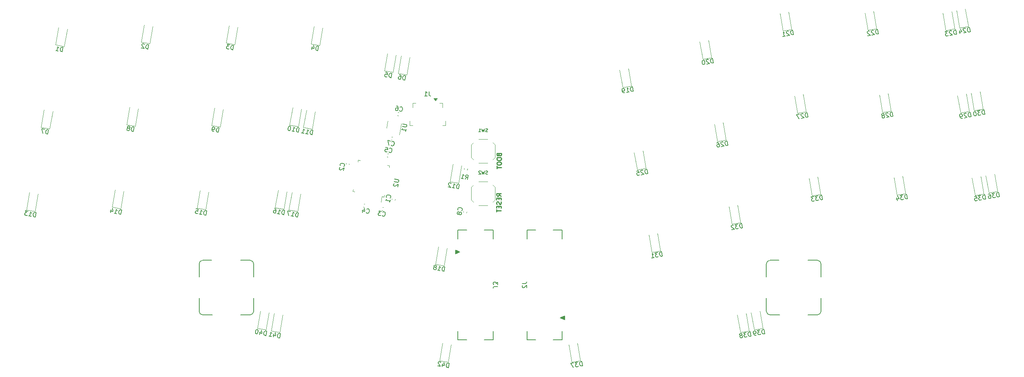
<source format=gbr>
%TF.GenerationSoftware,KiCad,Pcbnew,7.0.8*%
%TF.CreationDate,2023-11-01T12:08:13-07:00*%
%TF.ProjectId,Redwood,52656477-6f6f-4642-9e6b-696361645f70,rev?*%
%TF.SameCoordinates,Original*%
%TF.FileFunction,Legend,Bot*%
%TF.FilePolarity,Positive*%
%FSLAX46Y46*%
G04 Gerber Fmt 4.6, Leading zero omitted, Abs format (unit mm)*
G04 Created by KiCad (PCBNEW 7.0.8) date 2023-11-01 12:08:13*
%MOMM*%
%LPD*%
G01*
G04 APERTURE LIST*
%ADD10C,0.200000*%
%ADD11C,0.150000*%
%ADD12C,0.250000*%
%ADD13C,0.120000*%
G04 APERTURE END LIST*
D10*
X139278112Y-92566650D02*
X139992397Y-92566650D01*
X139992397Y-92566650D02*
X140135254Y-92519031D01*
X140135254Y-92519031D02*
X140230493Y-92423793D01*
X140230493Y-92423793D02*
X140278112Y-92280936D01*
X140278112Y-92280936D02*
X140278112Y-92185698D01*
X139373350Y-92995222D02*
X139325731Y-93042841D01*
X139325731Y-93042841D02*
X139278112Y-93138079D01*
X139278112Y-93138079D02*
X139278112Y-93376174D01*
X139278112Y-93376174D02*
X139325731Y-93471412D01*
X139325731Y-93471412D02*
X139373350Y-93519031D01*
X139373350Y-93519031D02*
X139468588Y-93566650D01*
X139468588Y-93566650D02*
X139563826Y-93566650D01*
X139563826Y-93566650D02*
X139706683Y-93519031D01*
X139706683Y-93519031D02*
X140278112Y-92947603D01*
X140278112Y-92947603D02*
X140278112Y-93566650D01*
D11*
X80992747Y-104411835D02*
X81166395Y-103427028D01*
X81166395Y-103427028D02*
X80931917Y-103385683D01*
X80931917Y-103385683D02*
X80782961Y-103407772D01*
X80782961Y-103407772D02*
X80672632Y-103485025D01*
X80672632Y-103485025D02*
X80609199Y-103570547D01*
X80609199Y-103570547D02*
X80529227Y-103749861D01*
X80529227Y-103749861D02*
X80504420Y-103890547D01*
X80504420Y-103890547D02*
X80518240Y-104086399D01*
X80518240Y-104086399D02*
X80548598Y-104188459D01*
X80548598Y-104188459D02*
X80625851Y-104298788D01*
X80625851Y-104298788D02*
X80758269Y-104370491D01*
X80758269Y-104370491D02*
X80992747Y-104411835D01*
X79701644Y-103507228D02*
X79585879Y-104163767D01*
X80002274Y-103173408D02*
X80112718Y-103918187D01*
X80112718Y-103918187D02*
X79503075Y-103810690D01*
X79056093Y-103054924D02*
X78962302Y-103038386D01*
X78962302Y-103038386D02*
X78860241Y-103068744D01*
X78860241Y-103068744D02*
X78805077Y-103107371D01*
X78805077Y-103107371D02*
X78741643Y-103192893D01*
X78741643Y-103192893D02*
X78661672Y-103372206D01*
X78661672Y-103372206D02*
X78620327Y-103606685D01*
X78620327Y-103606685D02*
X78634147Y-103802536D01*
X78634147Y-103802536D02*
X78664505Y-103904596D01*
X78664505Y-103904596D02*
X78703131Y-103959761D01*
X78703131Y-103959761D02*
X78788653Y-104023194D01*
X78788653Y-104023194D02*
X78882445Y-104039732D01*
X78882445Y-104039732D02*
X78984505Y-104009374D01*
X78984505Y-104009374D02*
X79039669Y-103970748D01*
X79039669Y-103970748D02*
X79103103Y-103885226D01*
X79103103Y-103885226D02*
X79183074Y-103705912D01*
X79183074Y-103705912D02*
X79224419Y-103471434D01*
X79224419Y-103471434D02*
X79210599Y-103275583D01*
X79210599Y-103275583D02*
X79180242Y-103173522D01*
X79180242Y-103173522D02*
X79141615Y-103118358D01*
X79141615Y-103118358D02*
X79056093Y-103054924D01*
X131368156Y-58056184D02*
X131261014Y-58091898D01*
X131261014Y-58091898D02*
X131082442Y-58091898D01*
X131082442Y-58091898D02*
X131011014Y-58056184D01*
X131011014Y-58056184D02*
X130975299Y-58020469D01*
X130975299Y-58020469D02*
X130939585Y-57949041D01*
X130939585Y-57949041D02*
X130939585Y-57877612D01*
X130939585Y-57877612D02*
X130975299Y-57806184D01*
X130975299Y-57806184D02*
X131011014Y-57770469D01*
X131011014Y-57770469D02*
X131082442Y-57734755D01*
X131082442Y-57734755D02*
X131225299Y-57699041D01*
X131225299Y-57699041D02*
X131296728Y-57663326D01*
X131296728Y-57663326D02*
X131332442Y-57627612D01*
X131332442Y-57627612D02*
X131368156Y-57556184D01*
X131368156Y-57556184D02*
X131368156Y-57484755D01*
X131368156Y-57484755D02*
X131332442Y-57413326D01*
X131332442Y-57413326D02*
X131296728Y-57377612D01*
X131296728Y-57377612D02*
X131225299Y-57341898D01*
X131225299Y-57341898D02*
X131046728Y-57341898D01*
X131046728Y-57341898D02*
X130939585Y-57377612D01*
X130689585Y-57341898D02*
X130511013Y-58091898D01*
X130511013Y-58091898D02*
X130368156Y-57556184D01*
X130368156Y-57556184D02*
X130225299Y-58091898D01*
X130225299Y-58091898D02*
X130046728Y-57341898D01*
X129368156Y-58091898D02*
X129796727Y-58091898D01*
X129582442Y-58091898D02*
X129582442Y-57341898D01*
X129582442Y-57341898D02*
X129653870Y-57449041D01*
X129653870Y-57449041D02*
X129725299Y-57520469D01*
X129725299Y-57520469D02*
X129796727Y-57556184D01*
D12*
X133961528Y-63253591D02*
X134009147Y-63396448D01*
X134009147Y-63396448D02*
X134056766Y-63444067D01*
X134056766Y-63444067D02*
X134152004Y-63491686D01*
X134152004Y-63491686D02*
X134294861Y-63491686D01*
X134294861Y-63491686D02*
X134390099Y-63444067D01*
X134390099Y-63444067D02*
X134437719Y-63396448D01*
X134437719Y-63396448D02*
X134485338Y-63301210D01*
X134485338Y-63301210D02*
X134485338Y-62920258D01*
X134485338Y-62920258D02*
X133485338Y-62920258D01*
X133485338Y-62920258D02*
X133485338Y-63253591D01*
X133485338Y-63253591D02*
X133532957Y-63348829D01*
X133532957Y-63348829D02*
X133580576Y-63396448D01*
X133580576Y-63396448D02*
X133675814Y-63444067D01*
X133675814Y-63444067D02*
X133771052Y-63444067D01*
X133771052Y-63444067D02*
X133866290Y-63396448D01*
X133866290Y-63396448D02*
X133913909Y-63348829D01*
X133913909Y-63348829D02*
X133961528Y-63253591D01*
X133961528Y-63253591D02*
X133961528Y-62920258D01*
X133485338Y-64110734D02*
X133485338Y-64301210D01*
X133485338Y-64301210D02*
X133532957Y-64396448D01*
X133532957Y-64396448D02*
X133628195Y-64491686D01*
X133628195Y-64491686D02*
X133818671Y-64539305D01*
X133818671Y-64539305D02*
X134152004Y-64539305D01*
X134152004Y-64539305D02*
X134342480Y-64491686D01*
X134342480Y-64491686D02*
X134437719Y-64396448D01*
X134437719Y-64396448D02*
X134485338Y-64301210D01*
X134485338Y-64301210D02*
X134485338Y-64110734D01*
X134485338Y-64110734D02*
X134437719Y-64015496D01*
X134437719Y-64015496D02*
X134342480Y-63920258D01*
X134342480Y-63920258D02*
X134152004Y-63872639D01*
X134152004Y-63872639D02*
X133818671Y-63872639D01*
X133818671Y-63872639D02*
X133628195Y-63920258D01*
X133628195Y-63920258D02*
X133532957Y-64015496D01*
X133532957Y-64015496D02*
X133485338Y-64110734D01*
X133485338Y-65158353D02*
X133485338Y-65348829D01*
X133485338Y-65348829D02*
X133532957Y-65444067D01*
X133532957Y-65444067D02*
X133628195Y-65539305D01*
X133628195Y-65539305D02*
X133818671Y-65586924D01*
X133818671Y-65586924D02*
X134152004Y-65586924D01*
X134152004Y-65586924D02*
X134342480Y-65539305D01*
X134342480Y-65539305D02*
X134437719Y-65444067D01*
X134437719Y-65444067D02*
X134485338Y-65348829D01*
X134485338Y-65348829D02*
X134485338Y-65158353D01*
X134485338Y-65158353D02*
X134437719Y-65063115D01*
X134437719Y-65063115D02*
X134342480Y-64967877D01*
X134342480Y-64967877D02*
X134152004Y-64920258D01*
X134152004Y-64920258D02*
X133818671Y-64920258D01*
X133818671Y-64920258D02*
X133628195Y-64967877D01*
X133628195Y-64967877D02*
X133532957Y-65063115D01*
X133532957Y-65063115D02*
X133485338Y-65158353D01*
X133485338Y-65872639D02*
X133485338Y-66444067D01*
X134485338Y-66158353D02*
X133485338Y-66158353D01*
D11*
X109489126Y-61099684D02*
X109527753Y-61154848D01*
X109527753Y-61154848D02*
X109660171Y-61226551D01*
X109660171Y-61226551D02*
X109753962Y-61243089D01*
X109753962Y-61243089D02*
X109902918Y-61221000D01*
X109902918Y-61221000D02*
X110013247Y-61143747D01*
X110013247Y-61143747D02*
X110076680Y-61058225D01*
X110076680Y-61058225D02*
X110156652Y-60878911D01*
X110156652Y-60878911D02*
X110181459Y-60738224D01*
X110181459Y-60738224D02*
X110167639Y-60542373D01*
X110167639Y-60542373D02*
X110137281Y-60440313D01*
X110137281Y-60440313D02*
X110060028Y-60329984D01*
X110060028Y-60329984D02*
X109927610Y-60258281D01*
X109927610Y-60258281D02*
X109833819Y-60241743D01*
X109833819Y-60241743D02*
X109684863Y-60263832D01*
X109684863Y-60263832D02*
X109629698Y-60302459D01*
X109317967Y-60150785D02*
X108661429Y-60035019D01*
X108661429Y-60035019D02*
X108909841Y-61094248D01*
X204214566Y-54700176D02*
X204040918Y-53715369D01*
X204040918Y-53715369D02*
X203806440Y-53756713D01*
X203806440Y-53756713D02*
X203674022Y-53828416D01*
X203674022Y-53828416D02*
X203596769Y-53938745D01*
X203596769Y-53938745D02*
X203566411Y-54040805D01*
X203566411Y-54040805D02*
X203552591Y-54236657D01*
X203552591Y-54236657D02*
X203577398Y-54377343D01*
X203577398Y-54377343D02*
X203657370Y-54556657D01*
X203657370Y-54556657D02*
X203720803Y-54642179D01*
X203720803Y-54642179D02*
X203831132Y-54719432D01*
X203831132Y-54719432D02*
X203980088Y-54741521D01*
X203980088Y-54741521D02*
X204214566Y-54700176D01*
X203119544Y-53974539D02*
X203064379Y-53935912D01*
X203064379Y-53935912D02*
X202962319Y-53905555D01*
X202962319Y-53905555D02*
X202727841Y-53946899D01*
X202727841Y-53946899D02*
X202642319Y-54010333D01*
X202642319Y-54010333D02*
X202603692Y-54065498D01*
X202603692Y-54065498D02*
X202573334Y-54167558D01*
X202573334Y-54167558D02*
X202589872Y-54261349D01*
X202589872Y-54261349D02*
X202661575Y-54393767D01*
X202661575Y-54393767D02*
X203323549Y-54857287D01*
X203323549Y-54857287D02*
X202713907Y-54964783D01*
X202211989Y-54037858D02*
X201555451Y-54153623D01*
X201555451Y-54153623D02*
X202151159Y-55064011D01*
X98717114Y-65900454D02*
X98772278Y-65861827D01*
X98772278Y-65861827D02*
X98843981Y-65729409D01*
X98843981Y-65729409D02*
X98860519Y-65635618D01*
X98860519Y-65635618D02*
X98838430Y-65486662D01*
X98838430Y-65486662D02*
X98761177Y-65376333D01*
X98761177Y-65376333D02*
X98675655Y-65312900D01*
X98675655Y-65312900D02*
X98496341Y-65232928D01*
X98496341Y-65232928D02*
X98355654Y-65208121D01*
X98355654Y-65208121D02*
X98159803Y-65221941D01*
X98159803Y-65221941D02*
X98057743Y-65252299D01*
X98057743Y-65252299D02*
X97947414Y-65329552D01*
X97947414Y-65329552D02*
X97875711Y-65461970D01*
X97875711Y-65461970D02*
X97859173Y-65555761D01*
X97859173Y-65555761D02*
X97881262Y-65704717D01*
X97881262Y-65704717D02*
X97919889Y-65759882D01*
X97853737Y-66135046D02*
X97798572Y-66173673D01*
X97798572Y-66173673D02*
X97735139Y-66259195D01*
X97735139Y-66259195D02*
X97693794Y-66493673D01*
X97693794Y-66493673D02*
X97724152Y-66595734D01*
X97724152Y-66595734D02*
X97762778Y-66650898D01*
X97762778Y-66650898D02*
X97848301Y-66714332D01*
X97848301Y-66714332D02*
X97942092Y-66730870D01*
X97942092Y-66730870D02*
X98091048Y-66708781D01*
X98091048Y-66708781D02*
X98753022Y-66245261D01*
X98753022Y-66245261D02*
X98645526Y-66854904D01*
X67341768Y-77018959D02*
X67515416Y-76034152D01*
X67515416Y-76034152D02*
X67280938Y-75992807D01*
X67280938Y-75992807D02*
X67131982Y-76014896D01*
X67131982Y-76014896D02*
X67021653Y-76092149D01*
X67021653Y-76092149D02*
X66958220Y-76177671D01*
X66958220Y-76177671D02*
X66878248Y-76356985D01*
X66878248Y-76356985D02*
X66853441Y-76497671D01*
X66853441Y-76497671D02*
X66867261Y-76693523D01*
X66867261Y-76693523D02*
X66897619Y-76795583D01*
X66897619Y-76795583D02*
X66974872Y-76905912D01*
X66974872Y-76905912D02*
X67107290Y-76977615D01*
X67107290Y-76977615D02*
X67341768Y-77018959D01*
X65841109Y-76754353D02*
X66403856Y-76853580D01*
X66122482Y-76803966D02*
X66296130Y-75819159D01*
X66296130Y-75819159D02*
X66365115Y-75976383D01*
X66365115Y-75976383D02*
X66442368Y-76086712D01*
X66442368Y-76086712D02*
X66527890Y-76150146D01*
X65123740Y-75612435D02*
X65592696Y-75695124D01*
X65592696Y-75695124D02*
X65556902Y-76172349D01*
X65556902Y-76172349D02*
X65518276Y-76117185D01*
X65518276Y-76117185D02*
X65432753Y-76053751D01*
X65432753Y-76053751D02*
X65198275Y-76012406D01*
X65198275Y-76012406D02*
X65096215Y-76042764D01*
X65096215Y-76042764D02*
X65041051Y-76081391D01*
X65041051Y-76081391D02*
X64977617Y-76166913D01*
X64977617Y-76166913D02*
X64936272Y-76401391D01*
X64936272Y-76401391D02*
X64966630Y-76503451D01*
X64966630Y-76503451D02*
X65005257Y-76558616D01*
X65005257Y-76558616D02*
X65090779Y-76622049D01*
X65090779Y-76622049D02*
X65325257Y-76663394D01*
X65325257Y-76663394D02*
X65427317Y-76633036D01*
X65427317Y-76633036D02*
X65482482Y-76594410D01*
X220218489Y-35758355D02*
X220044841Y-34773548D01*
X220044841Y-34773548D02*
X219810363Y-34814892D01*
X219810363Y-34814892D02*
X219677945Y-34886595D01*
X219677945Y-34886595D02*
X219600692Y-34996924D01*
X219600692Y-34996924D02*
X219570334Y-35098984D01*
X219570334Y-35098984D02*
X219556514Y-35294836D01*
X219556514Y-35294836D02*
X219581321Y-35435522D01*
X219581321Y-35435522D02*
X219661293Y-35614836D01*
X219661293Y-35614836D02*
X219724726Y-35700358D01*
X219724726Y-35700358D02*
X219835055Y-35777611D01*
X219835055Y-35777611D02*
X219984011Y-35799700D01*
X219984011Y-35799700D02*
X220218489Y-35758355D01*
X219123467Y-35032718D02*
X219068302Y-34994091D01*
X219068302Y-34994091D02*
X218966242Y-34963734D01*
X218966242Y-34963734D02*
X218731764Y-35005078D01*
X218731764Y-35005078D02*
X218646242Y-35068512D01*
X218646242Y-35068512D02*
X218607615Y-35123677D01*
X218607615Y-35123677D02*
X218577257Y-35225737D01*
X218577257Y-35225737D02*
X218593795Y-35319528D01*
X218593795Y-35319528D02*
X218665498Y-35451946D01*
X218665498Y-35451946D02*
X219327472Y-35915466D01*
X219327472Y-35915466D02*
X218717830Y-36022962D01*
X218185554Y-35198097D02*
X218130390Y-35159471D01*
X218130390Y-35159471D02*
X218028330Y-35129113D01*
X218028330Y-35129113D02*
X217793852Y-35170458D01*
X217793852Y-35170458D02*
X217708329Y-35233891D01*
X217708329Y-35233891D02*
X217669703Y-35289056D01*
X217669703Y-35289056D02*
X217639345Y-35391116D01*
X217639345Y-35391116D02*
X217655883Y-35484907D01*
X217655883Y-35484907D02*
X217727585Y-35617325D01*
X217727585Y-35617325D02*
X218389560Y-36080845D01*
X218389560Y-36080845D02*
X217779917Y-36188341D01*
D10*
X118081302Y-48907204D02*
X118081302Y-49621489D01*
X118081302Y-49621489D02*
X118128921Y-49764346D01*
X118128921Y-49764346D02*
X118224159Y-49859585D01*
X118224159Y-49859585D02*
X118367016Y-49907204D01*
X118367016Y-49907204D02*
X118462254Y-49907204D01*
X117081302Y-49907204D02*
X117652730Y-49907204D01*
X117367016Y-49907204D02*
X117367016Y-48907204D01*
X117367016Y-48907204D02*
X117462254Y-49050061D01*
X117462254Y-49050061D02*
X117557492Y-49145299D01*
X117557492Y-49145299D02*
X117652730Y-49192918D01*
D11*
X73488806Y-39415094D02*
X73662455Y-38430286D01*
X73662455Y-38430286D02*
X73427977Y-38388941D01*
X73427977Y-38388941D02*
X73279021Y-38411030D01*
X73279021Y-38411030D02*
X73168692Y-38488283D01*
X73168692Y-38488283D02*
X73105258Y-38573805D01*
X73105258Y-38573805D02*
X73025287Y-38753119D01*
X73025287Y-38753119D02*
X73000480Y-38893806D01*
X73000480Y-38893806D02*
X73014300Y-39089657D01*
X73014300Y-39089657D02*
X73044657Y-39191717D01*
X73044657Y-39191717D02*
X73121911Y-39302046D01*
X73121911Y-39302046D02*
X73254328Y-39373749D01*
X73254328Y-39373749D02*
X73488806Y-39415094D01*
X72771438Y-38273176D02*
X72161795Y-38165679D01*
X72161795Y-38165679D02*
X72423913Y-38598727D01*
X72423913Y-38598727D02*
X72283226Y-38573920D01*
X72283226Y-38573920D02*
X72181166Y-38604278D01*
X72181166Y-38604278D02*
X72126001Y-38642904D01*
X72126001Y-38642904D02*
X72062568Y-38728426D01*
X72062568Y-38728426D02*
X72021223Y-38962904D01*
X72021223Y-38962904D02*
X72051581Y-39064965D01*
X72051581Y-39064965D02*
X72090207Y-39120129D01*
X72090207Y-39120129D02*
X72175729Y-39183563D01*
X72175729Y-39183563D02*
X72457103Y-39233176D01*
X72457103Y-39233176D02*
X72559163Y-39202819D01*
X72559163Y-39202819D02*
X72614328Y-39164192D01*
X108959153Y-62642592D02*
X108997780Y-62697756D01*
X108997780Y-62697756D02*
X109130198Y-62769459D01*
X109130198Y-62769459D02*
X109223989Y-62785997D01*
X109223989Y-62785997D02*
X109372945Y-62763908D01*
X109372945Y-62763908D02*
X109483274Y-62686655D01*
X109483274Y-62686655D02*
X109546707Y-62601133D01*
X109546707Y-62601133D02*
X109626679Y-62421819D01*
X109626679Y-62421819D02*
X109651486Y-62281132D01*
X109651486Y-62281132D02*
X109637666Y-62085281D01*
X109637666Y-62085281D02*
X109607308Y-61983221D01*
X109607308Y-61983221D02*
X109530055Y-61872892D01*
X109530055Y-61872892D02*
X109397637Y-61801189D01*
X109397637Y-61801189D02*
X109303846Y-61784651D01*
X109303846Y-61784651D02*
X109154890Y-61806740D01*
X109154890Y-61806740D02*
X109099725Y-61845367D01*
X108225247Y-61594465D02*
X108694203Y-61677155D01*
X108694203Y-61677155D02*
X108658409Y-62154380D01*
X108658409Y-62154380D02*
X108619782Y-62099215D01*
X108619782Y-62099215D02*
X108534260Y-62035782D01*
X108534260Y-62035782D02*
X108299782Y-61994437D01*
X108299782Y-61994437D02*
X108197722Y-62024795D01*
X108197722Y-62024795D02*
X108142557Y-62063421D01*
X108142557Y-62063421D02*
X108079124Y-62148943D01*
X108079124Y-62148943D02*
X108037779Y-62383421D01*
X108037779Y-62383421D02*
X108068137Y-62485482D01*
X108068137Y-62485482D02*
X108106763Y-62540646D01*
X108106763Y-62540646D02*
X108192285Y-62604080D01*
X108192285Y-62604080D02*
X108426763Y-62645425D01*
X108426763Y-62645425D02*
X108528824Y-62615067D01*
X108528824Y-62615067D02*
X108583988Y-62576440D01*
X223526487Y-54518941D02*
X223352839Y-53534134D01*
X223352839Y-53534134D02*
X223118361Y-53575478D01*
X223118361Y-53575478D02*
X222985943Y-53647181D01*
X222985943Y-53647181D02*
X222908690Y-53757510D01*
X222908690Y-53757510D02*
X222878332Y-53859570D01*
X222878332Y-53859570D02*
X222864512Y-54055422D01*
X222864512Y-54055422D02*
X222889319Y-54196108D01*
X222889319Y-54196108D02*
X222969291Y-54375422D01*
X222969291Y-54375422D02*
X223032724Y-54460944D01*
X223032724Y-54460944D02*
X223143053Y-54538197D01*
X223143053Y-54538197D02*
X223292009Y-54560286D01*
X223292009Y-54560286D02*
X223526487Y-54518941D01*
X222431465Y-53793304D02*
X222376300Y-53754677D01*
X222376300Y-53754677D02*
X222274240Y-53724320D01*
X222274240Y-53724320D02*
X222039762Y-53765664D01*
X222039762Y-53765664D02*
X221954240Y-53829098D01*
X221954240Y-53829098D02*
X221915613Y-53884263D01*
X221915613Y-53884263D02*
X221885255Y-53986323D01*
X221885255Y-53986323D02*
X221901793Y-54080114D01*
X221901793Y-54080114D02*
X221973496Y-54212532D01*
X221973496Y-54212532D02*
X222635470Y-54676052D01*
X222635470Y-54676052D02*
X222025828Y-54783548D01*
X221363853Y-54320028D02*
X221449375Y-54256595D01*
X221449375Y-54256595D02*
X221488002Y-54201430D01*
X221488002Y-54201430D02*
X221518359Y-54099370D01*
X221518359Y-54099370D02*
X221510090Y-54052474D01*
X221510090Y-54052474D02*
X221446657Y-53966952D01*
X221446657Y-53966952D02*
X221391492Y-53928326D01*
X221391492Y-53928326D02*
X221289432Y-53897968D01*
X221289432Y-53897968D02*
X221101850Y-53931044D01*
X221101850Y-53931044D02*
X221016327Y-53994477D01*
X221016327Y-53994477D02*
X220977701Y-54049642D01*
X220977701Y-54049642D02*
X220947343Y-54151702D01*
X220947343Y-54151702D02*
X220955612Y-54198598D01*
X220955612Y-54198598D02*
X221019046Y-54284120D01*
X221019046Y-54284120D02*
X221074210Y-54322746D01*
X221074210Y-54322746D02*
X221176270Y-54353104D01*
X221176270Y-54353104D02*
X221363853Y-54320028D01*
X221363853Y-54320028D02*
X221465913Y-54350386D01*
X221465913Y-54350386D02*
X221521077Y-54389013D01*
X221521077Y-54389013D02*
X221584511Y-54474535D01*
X221584511Y-54474535D02*
X221617587Y-54662117D01*
X221617587Y-54662117D02*
X221587229Y-54764178D01*
X221587229Y-54764178D02*
X221548603Y-54819342D01*
X221548603Y-54819342D02*
X221463080Y-54882776D01*
X221463080Y-54882776D02*
X221275498Y-54915851D01*
X221275498Y-54915851D02*
X221173438Y-54885494D01*
X221173438Y-54885494D02*
X221118273Y-54846867D01*
X221118273Y-54846867D02*
X221054840Y-54761345D01*
X221054840Y-54761345D02*
X221021764Y-54573762D01*
X221021764Y-54573762D02*
X221052121Y-54471702D01*
X221052121Y-54471702D02*
X221090748Y-54416538D01*
X221090748Y-54416538D02*
X221176270Y-54353104D01*
X54176886Y-39233861D02*
X54350535Y-38249053D01*
X54350535Y-38249053D02*
X54116057Y-38207708D01*
X54116057Y-38207708D02*
X53967101Y-38229797D01*
X53967101Y-38229797D02*
X53856772Y-38307050D01*
X53856772Y-38307050D02*
X53793338Y-38392572D01*
X53793338Y-38392572D02*
X53713367Y-38571886D01*
X53713367Y-38571886D02*
X53688560Y-38712573D01*
X53688560Y-38712573D02*
X53702380Y-38908424D01*
X53702380Y-38908424D02*
X53732737Y-39010484D01*
X53732737Y-39010484D02*
X53809991Y-39120813D01*
X53809991Y-39120813D02*
X53942408Y-39192516D01*
X53942408Y-39192516D02*
X54176886Y-39233861D01*
X53396085Y-38177465D02*
X53357458Y-38122300D01*
X53357458Y-38122300D02*
X53271936Y-38058867D01*
X53271936Y-38058867D02*
X53037458Y-38017522D01*
X53037458Y-38017522D02*
X52935397Y-38047880D01*
X52935397Y-38047880D02*
X52880233Y-38086506D01*
X52880233Y-38086506D02*
X52816799Y-38172029D01*
X52816799Y-38172029D02*
X52800261Y-38265820D01*
X52800261Y-38265820D02*
X52822350Y-38414776D01*
X52822350Y-38414776D02*
X53285870Y-39076750D01*
X53285870Y-39076750D02*
X52676227Y-38969254D01*
X91525069Y-58715268D02*
X91698717Y-57730461D01*
X91698717Y-57730461D02*
X91464239Y-57689116D01*
X91464239Y-57689116D02*
X91315283Y-57711205D01*
X91315283Y-57711205D02*
X91204954Y-57788458D01*
X91204954Y-57788458D02*
X91141521Y-57873980D01*
X91141521Y-57873980D02*
X91061549Y-58053294D01*
X91061549Y-58053294D02*
X91036742Y-58193980D01*
X91036742Y-58193980D02*
X91050562Y-58389832D01*
X91050562Y-58389832D02*
X91080920Y-58491892D01*
X91080920Y-58491892D02*
X91158173Y-58602221D01*
X91158173Y-58602221D02*
X91290591Y-58673924D01*
X91290591Y-58673924D02*
X91525069Y-58715268D01*
X90024410Y-58450662D02*
X90587157Y-58549889D01*
X90305783Y-58500275D02*
X90479431Y-57515468D01*
X90479431Y-57515468D02*
X90548416Y-57672692D01*
X90548416Y-57672692D02*
X90625669Y-57783021D01*
X90625669Y-57783021D02*
X90711191Y-57846455D01*
X89086497Y-58285282D02*
X89649245Y-58384510D01*
X89367871Y-58334896D02*
X89541519Y-57350088D01*
X89541519Y-57350088D02*
X89610504Y-57507313D01*
X89610504Y-57507313D02*
X89687757Y-57617642D01*
X89687757Y-57617642D02*
X89773279Y-57681076D01*
X241275025Y-54613376D02*
X241101377Y-53628569D01*
X241101377Y-53628569D02*
X240866899Y-53669913D01*
X240866899Y-53669913D02*
X240734481Y-53741616D01*
X240734481Y-53741616D02*
X240657228Y-53851945D01*
X240657228Y-53851945D02*
X240626870Y-53954005D01*
X240626870Y-53954005D02*
X240613050Y-54149857D01*
X240613050Y-54149857D02*
X240637857Y-54290543D01*
X240637857Y-54290543D02*
X240717829Y-54469857D01*
X240717829Y-54469857D02*
X240781262Y-54555379D01*
X240781262Y-54555379D02*
X240891591Y-54632632D01*
X240891591Y-54632632D02*
X241040547Y-54654721D01*
X241040547Y-54654721D02*
X241275025Y-54613376D01*
X240180003Y-53887739D02*
X240124838Y-53849112D01*
X240124838Y-53849112D02*
X240022778Y-53818755D01*
X240022778Y-53818755D02*
X239788300Y-53860099D01*
X239788300Y-53860099D02*
X239702778Y-53923533D01*
X239702778Y-53923533D02*
X239664151Y-53978698D01*
X239664151Y-53978698D02*
X239633793Y-54080758D01*
X239633793Y-54080758D02*
X239650331Y-54174549D01*
X239650331Y-54174549D02*
X239722034Y-54306967D01*
X239722034Y-54306967D02*
X240384008Y-54770487D01*
X240384008Y-54770487D02*
X239774366Y-54877983D01*
X239305409Y-54960673D02*
X239117827Y-54993749D01*
X239117827Y-54993749D02*
X239015767Y-54963391D01*
X239015767Y-54963391D02*
X238960602Y-54924764D01*
X238960602Y-54924764D02*
X238842004Y-54800615D01*
X238842004Y-54800615D02*
X238762033Y-54621302D01*
X238762033Y-54621302D02*
X238695881Y-54246137D01*
X238695881Y-54246137D02*
X238726239Y-54144077D01*
X238726239Y-54144077D02*
X238764865Y-54088912D01*
X238764865Y-54088912D02*
X238850388Y-54025479D01*
X238850388Y-54025479D02*
X239037970Y-53992403D01*
X239037970Y-53992403D02*
X239140030Y-54022761D01*
X239140030Y-54022761D02*
X239195195Y-54061387D01*
X239195195Y-54061387D02*
X239258628Y-54146909D01*
X239258628Y-54146909D02*
X239299973Y-54381387D01*
X239299973Y-54381387D02*
X239269615Y-54483448D01*
X239269615Y-54483448D02*
X239230989Y-54538612D01*
X239230989Y-54538612D02*
X239145467Y-54602046D01*
X239145467Y-54602046D02*
X238957884Y-54635122D01*
X238957884Y-54635122D02*
X238855824Y-54604764D01*
X238855824Y-54604764D02*
X238800659Y-54566137D01*
X238800659Y-54566137D02*
X238737226Y-54480615D01*
X131368156Y-67675259D02*
X131261014Y-67710973D01*
X131261014Y-67710973D02*
X131082442Y-67710973D01*
X131082442Y-67710973D02*
X131011014Y-67675259D01*
X131011014Y-67675259D02*
X130975299Y-67639544D01*
X130975299Y-67639544D02*
X130939585Y-67568116D01*
X130939585Y-67568116D02*
X130939585Y-67496687D01*
X130939585Y-67496687D02*
X130975299Y-67425259D01*
X130975299Y-67425259D02*
X131011014Y-67389544D01*
X131011014Y-67389544D02*
X131082442Y-67353830D01*
X131082442Y-67353830D02*
X131225299Y-67318116D01*
X131225299Y-67318116D02*
X131296728Y-67282401D01*
X131296728Y-67282401D02*
X131332442Y-67246687D01*
X131332442Y-67246687D02*
X131368156Y-67175259D01*
X131368156Y-67175259D02*
X131368156Y-67103830D01*
X131368156Y-67103830D02*
X131332442Y-67032401D01*
X131332442Y-67032401D02*
X131296728Y-66996687D01*
X131296728Y-66996687D02*
X131225299Y-66960973D01*
X131225299Y-66960973D02*
X131046728Y-66960973D01*
X131046728Y-66960973D02*
X130939585Y-66996687D01*
X130689585Y-66960973D02*
X130511013Y-67710973D01*
X130511013Y-67710973D02*
X130368156Y-67175259D01*
X130368156Y-67175259D02*
X130225299Y-67710973D01*
X130225299Y-67710973D02*
X130046728Y-66960973D01*
X129796727Y-67032401D02*
X129761013Y-66996687D01*
X129761013Y-66996687D02*
X129689585Y-66960973D01*
X129689585Y-66960973D02*
X129511013Y-66960973D01*
X129511013Y-66960973D02*
X129439585Y-66996687D01*
X129439585Y-66996687D02*
X129403870Y-67032401D01*
X129403870Y-67032401D02*
X129368156Y-67103830D01*
X129368156Y-67103830D02*
X129368156Y-67175259D01*
X129368156Y-67175259D02*
X129403870Y-67282401D01*
X129403870Y-67282401D02*
X129832442Y-67710973D01*
X129832442Y-67710973D02*
X129368156Y-67710973D01*
D12*
X134445776Y-72661927D02*
X133969585Y-72328594D01*
X134445776Y-72090499D02*
X133445776Y-72090499D01*
X133445776Y-72090499D02*
X133445776Y-72471451D01*
X133445776Y-72471451D02*
X133493395Y-72566689D01*
X133493395Y-72566689D02*
X133541014Y-72614308D01*
X133541014Y-72614308D02*
X133636252Y-72661927D01*
X133636252Y-72661927D02*
X133779109Y-72661927D01*
X133779109Y-72661927D02*
X133874347Y-72614308D01*
X133874347Y-72614308D02*
X133921966Y-72566689D01*
X133921966Y-72566689D02*
X133969585Y-72471451D01*
X133969585Y-72471451D02*
X133969585Y-72090499D01*
X133921966Y-73090499D02*
X133921966Y-73423832D01*
X134445776Y-73566689D02*
X134445776Y-73090499D01*
X134445776Y-73090499D02*
X133445776Y-73090499D01*
X133445776Y-73090499D02*
X133445776Y-73566689D01*
X134398157Y-73947642D02*
X134445776Y-74090499D01*
X134445776Y-74090499D02*
X134445776Y-74328594D01*
X134445776Y-74328594D02*
X134398157Y-74423832D01*
X134398157Y-74423832D02*
X134350537Y-74471451D01*
X134350537Y-74471451D02*
X134255299Y-74519070D01*
X134255299Y-74519070D02*
X134160061Y-74519070D01*
X134160061Y-74519070D02*
X134064823Y-74471451D01*
X134064823Y-74471451D02*
X134017204Y-74423832D01*
X134017204Y-74423832D02*
X133969585Y-74328594D01*
X133969585Y-74328594D02*
X133921966Y-74138118D01*
X133921966Y-74138118D02*
X133874347Y-74042880D01*
X133874347Y-74042880D02*
X133826728Y-73995261D01*
X133826728Y-73995261D02*
X133731490Y-73947642D01*
X133731490Y-73947642D02*
X133636252Y-73947642D01*
X133636252Y-73947642D02*
X133541014Y-73995261D01*
X133541014Y-73995261D02*
X133493395Y-74042880D01*
X133493395Y-74042880D02*
X133445776Y-74138118D01*
X133445776Y-74138118D02*
X133445776Y-74376213D01*
X133445776Y-74376213D02*
X133493395Y-74519070D01*
X133921966Y-74947642D02*
X133921966Y-75280975D01*
X134445776Y-75423832D02*
X134445776Y-74947642D01*
X134445776Y-74947642D02*
X133445776Y-74947642D01*
X133445776Y-74947642D02*
X133445776Y-75423832D01*
X133445776Y-75709547D02*
X133445776Y-76280975D01*
X134445776Y-75995261D02*
X133445776Y-75995261D01*
D11*
X171104055Y-86330289D02*
X170930407Y-85345482D01*
X170930407Y-85345482D02*
X170695929Y-85386826D01*
X170695929Y-85386826D02*
X170563511Y-85458529D01*
X170563511Y-85458529D02*
X170486258Y-85568858D01*
X170486258Y-85568858D02*
X170455900Y-85670918D01*
X170455900Y-85670918D02*
X170442080Y-85866770D01*
X170442080Y-85866770D02*
X170466887Y-86007456D01*
X170466887Y-86007456D02*
X170546859Y-86186770D01*
X170546859Y-86186770D02*
X170610292Y-86272292D01*
X170610292Y-86272292D02*
X170720621Y-86349545D01*
X170720621Y-86349545D02*
X170869577Y-86371634D01*
X170869577Y-86371634D02*
X171104055Y-86330289D01*
X170039390Y-85502592D02*
X169429747Y-85610088D01*
X169429747Y-85610088D02*
X169824168Y-85927370D01*
X169824168Y-85927370D02*
X169683482Y-85952177D01*
X169683482Y-85952177D02*
X169597959Y-86015611D01*
X169597959Y-86015611D02*
X169559333Y-86070775D01*
X169559333Y-86070775D02*
X169528975Y-86172836D01*
X169528975Y-86172836D02*
X169570320Y-86407314D01*
X169570320Y-86407314D02*
X169633753Y-86492836D01*
X169633753Y-86492836D02*
X169688918Y-86531463D01*
X169688918Y-86531463D02*
X169790978Y-86561820D01*
X169790978Y-86561820D02*
X170072352Y-86512206D01*
X170072352Y-86512206D02*
X170157874Y-86448773D01*
X170157874Y-86448773D02*
X170196501Y-86393608D01*
X168665483Y-86760275D02*
X169228231Y-86661048D01*
X168946857Y-86710662D02*
X168773209Y-85725854D01*
X168773209Y-85725854D02*
X168891807Y-85850003D01*
X168891807Y-85850003D02*
X169002136Y-85927256D01*
X169002136Y-85927256D02*
X169104196Y-85957614D01*
X191241067Y-104541452D02*
X191067419Y-103556645D01*
X191067419Y-103556645D02*
X190832941Y-103597989D01*
X190832941Y-103597989D02*
X190700523Y-103669692D01*
X190700523Y-103669692D02*
X190623270Y-103780021D01*
X190623270Y-103780021D02*
X190592912Y-103882081D01*
X190592912Y-103882081D02*
X190579092Y-104077933D01*
X190579092Y-104077933D02*
X190603899Y-104218619D01*
X190603899Y-104218619D02*
X190683871Y-104397933D01*
X190683871Y-104397933D02*
X190747304Y-104483455D01*
X190747304Y-104483455D02*
X190857633Y-104560708D01*
X190857633Y-104560708D02*
X191006589Y-104582797D01*
X191006589Y-104582797D02*
X191241067Y-104541452D01*
X190176402Y-103713755D02*
X189566759Y-103821251D01*
X189566759Y-103821251D02*
X189961180Y-104138533D01*
X189961180Y-104138533D02*
X189820494Y-104163340D01*
X189820494Y-104163340D02*
X189734971Y-104226774D01*
X189734971Y-104226774D02*
X189696345Y-104281938D01*
X189696345Y-104281938D02*
X189665987Y-104383999D01*
X189665987Y-104383999D02*
X189707332Y-104618477D01*
X189707332Y-104618477D02*
X189770765Y-104703999D01*
X189770765Y-104703999D02*
X189825930Y-104742626D01*
X189825930Y-104742626D02*
X189927990Y-104772983D01*
X189927990Y-104772983D02*
X190209364Y-104723369D01*
X190209364Y-104723369D02*
X190294886Y-104659936D01*
X190294886Y-104659936D02*
X190333513Y-104604771D01*
X189078433Y-104342539D02*
X189163955Y-104279106D01*
X189163955Y-104279106D02*
X189202582Y-104223941D01*
X189202582Y-104223941D02*
X189232939Y-104121881D01*
X189232939Y-104121881D02*
X189224670Y-104074985D01*
X189224670Y-104074985D02*
X189161237Y-103989463D01*
X189161237Y-103989463D02*
X189106072Y-103950837D01*
X189106072Y-103950837D02*
X189004012Y-103920479D01*
X189004012Y-103920479D02*
X188816430Y-103953555D01*
X188816430Y-103953555D02*
X188730907Y-104016988D01*
X188730907Y-104016988D02*
X188692281Y-104072153D01*
X188692281Y-104072153D02*
X188661923Y-104174213D01*
X188661923Y-104174213D02*
X188670192Y-104221109D01*
X188670192Y-104221109D02*
X188733626Y-104306631D01*
X188733626Y-104306631D02*
X188788790Y-104345257D01*
X188788790Y-104345257D02*
X188890850Y-104375615D01*
X188890850Y-104375615D02*
X189078433Y-104342539D01*
X189078433Y-104342539D02*
X189180493Y-104372897D01*
X189180493Y-104372897D02*
X189235657Y-104411524D01*
X189235657Y-104411524D02*
X189299091Y-104497046D01*
X189299091Y-104497046D02*
X189332167Y-104684628D01*
X189332167Y-104684628D02*
X189301809Y-104786689D01*
X189301809Y-104786689D02*
X189263183Y-104841853D01*
X189263183Y-104841853D02*
X189177660Y-104905287D01*
X189177660Y-104905287D02*
X188990078Y-104938362D01*
X188990078Y-104938362D02*
X188888018Y-104908005D01*
X188888018Y-104908005D02*
X188832853Y-104869378D01*
X188832853Y-104869378D02*
X188769420Y-104783856D01*
X188769420Y-104783856D02*
X188736344Y-104596273D01*
X188736344Y-104596273D02*
X188766701Y-104494213D01*
X188766701Y-104494213D02*
X188805328Y-104439049D01*
X188805328Y-104439049D02*
X188890850Y-104375615D01*
X244583023Y-73373963D02*
X244409375Y-72389156D01*
X244409375Y-72389156D02*
X244174897Y-72430500D01*
X244174897Y-72430500D02*
X244042479Y-72502203D01*
X244042479Y-72502203D02*
X243965226Y-72612532D01*
X243965226Y-72612532D02*
X243934868Y-72714592D01*
X243934868Y-72714592D02*
X243921048Y-72910444D01*
X243921048Y-72910444D02*
X243945855Y-73051130D01*
X243945855Y-73051130D02*
X244025827Y-73230444D01*
X244025827Y-73230444D02*
X244089260Y-73315966D01*
X244089260Y-73315966D02*
X244199589Y-73393219D01*
X244199589Y-73393219D02*
X244348545Y-73415308D01*
X244348545Y-73415308D02*
X244583023Y-73373963D01*
X243518358Y-72546266D02*
X242908715Y-72653762D01*
X242908715Y-72653762D02*
X243303136Y-72971044D01*
X243303136Y-72971044D02*
X243162450Y-72995851D01*
X243162450Y-72995851D02*
X243076927Y-73059285D01*
X243076927Y-73059285D02*
X243038301Y-73114449D01*
X243038301Y-73114449D02*
X243007943Y-73216510D01*
X243007943Y-73216510D02*
X243049288Y-73450988D01*
X243049288Y-73450988D02*
X243112721Y-73536510D01*
X243112721Y-73536510D02*
X243167886Y-73575137D01*
X243167886Y-73575137D02*
X243269946Y-73605494D01*
X243269946Y-73605494D02*
X243551320Y-73555880D01*
X243551320Y-73555880D02*
X243636842Y-73492447D01*
X243636842Y-73492447D02*
X243675469Y-73437282D01*
X242017699Y-72810873D02*
X242486655Y-72728183D01*
X242486655Y-72728183D02*
X242616240Y-73188870D01*
X242616240Y-73188870D02*
X242561076Y-73150243D01*
X242561076Y-73150243D02*
X242459015Y-73119886D01*
X242459015Y-73119886D02*
X242224537Y-73161231D01*
X242224537Y-73161231D02*
X242139015Y-73224664D01*
X242139015Y-73224664D02*
X242100388Y-73279829D01*
X242100388Y-73279829D02*
X242070031Y-73381889D01*
X242070031Y-73381889D02*
X242111376Y-73616367D01*
X242111376Y-73616367D02*
X242174809Y-73701889D01*
X242174809Y-73701889D02*
X242229974Y-73740516D01*
X242229974Y-73740516D02*
X242332034Y-73770873D01*
X242332034Y-73770873D02*
X242566512Y-73729529D01*
X242566512Y-73729529D02*
X242652034Y-73666095D01*
X242652034Y-73666095D02*
X242690661Y-73610931D01*
X111360616Y-53250162D02*
X111399243Y-53305326D01*
X111399243Y-53305326D02*
X111531661Y-53377029D01*
X111531661Y-53377029D02*
X111625452Y-53393567D01*
X111625452Y-53393567D02*
X111774408Y-53371478D01*
X111774408Y-53371478D02*
X111884737Y-53294225D01*
X111884737Y-53294225D02*
X111948170Y-53208703D01*
X111948170Y-53208703D02*
X112028142Y-53029389D01*
X112028142Y-53029389D02*
X112052949Y-52888702D01*
X112052949Y-52888702D02*
X112039129Y-52692851D01*
X112039129Y-52692851D02*
X112008771Y-52590791D01*
X112008771Y-52590791D02*
X111931518Y-52480462D01*
X111931518Y-52480462D02*
X111799100Y-52408759D01*
X111799100Y-52408759D02*
X111705309Y-52392221D01*
X111705309Y-52392221D02*
X111556353Y-52414310D01*
X111556353Y-52414310D02*
X111501188Y-52452937D01*
X110673605Y-52210304D02*
X110861188Y-52243380D01*
X110861188Y-52243380D02*
X110946710Y-52306813D01*
X110946710Y-52306813D02*
X110985337Y-52361978D01*
X110985337Y-52361978D02*
X111054321Y-52519203D01*
X111054321Y-52519203D02*
X111068141Y-52715054D01*
X111068141Y-52715054D02*
X111001989Y-53090219D01*
X111001989Y-53090219D02*
X110938556Y-53175741D01*
X110938556Y-53175741D02*
X110883391Y-53214368D01*
X110883391Y-53214368D02*
X110781331Y-53244726D01*
X110781331Y-53244726D02*
X110593748Y-53211650D01*
X110593748Y-53211650D02*
X110508226Y-53148216D01*
X110508226Y-53148216D02*
X110469600Y-53093052D01*
X110469600Y-53093052D02*
X110439242Y-52990991D01*
X110439242Y-52990991D02*
X110480587Y-52756513D01*
X110480587Y-52756513D02*
X110544020Y-52670991D01*
X110544020Y-52670991D02*
X110599185Y-52632365D01*
X110599185Y-52632365D02*
X110701245Y-52602007D01*
X110701245Y-52602007D02*
X110888827Y-52635083D01*
X110888827Y-52635083D02*
X110974350Y-52698516D01*
X110974350Y-52698516D02*
X111012976Y-52753681D01*
X111012976Y-52753681D02*
X111043334Y-52855741D01*
X126273301Y-68807816D02*
X126684260Y-68396743D01*
X126836048Y-68907044D02*
X127009697Y-67922236D01*
X127009697Y-67922236D02*
X126634532Y-67856084D01*
X126634532Y-67856084D02*
X126532472Y-67886442D01*
X126532472Y-67886442D02*
X126477307Y-67925069D01*
X126477307Y-67925069D02*
X126413873Y-68010591D01*
X126413873Y-68010591D02*
X126389067Y-68151278D01*
X126389067Y-68151278D02*
X126419424Y-68253338D01*
X126419424Y-68253338D02*
X126458051Y-68308502D01*
X126458051Y-68308502D02*
X126543573Y-68371936D01*
X126543573Y-68371936D02*
X126918738Y-68438088D01*
X125335389Y-68642437D02*
X125898136Y-68741664D01*
X125616763Y-68692051D02*
X125790411Y-67707243D01*
X125790411Y-67707243D02*
X125859395Y-67864468D01*
X125859395Y-67864468D02*
X125936648Y-67974797D01*
X125936648Y-67974797D02*
X126022171Y-68038230D01*
X92800727Y-39596327D02*
X92974376Y-38611519D01*
X92974376Y-38611519D02*
X92739898Y-38570174D01*
X92739898Y-38570174D02*
X92590942Y-38592263D01*
X92590942Y-38592263D02*
X92480613Y-38669516D01*
X92480613Y-38669516D02*
X92417179Y-38755038D01*
X92417179Y-38755038D02*
X92337208Y-38934352D01*
X92337208Y-38934352D02*
X92312401Y-39075039D01*
X92312401Y-39075039D02*
X92326221Y-39270890D01*
X92326221Y-39270890D02*
X92356578Y-39372950D01*
X92356578Y-39372950D02*
X92433832Y-39483279D01*
X92433832Y-39483279D02*
X92566249Y-39554982D01*
X92566249Y-39554982D02*
X92800727Y-39596327D01*
X91509625Y-38691719D02*
X91393859Y-39348258D01*
X91810254Y-38357899D02*
X91920698Y-39102678D01*
X91920698Y-39102678D02*
X91311055Y-38995182D01*
X107439736Y-77110551D02*
X107478363Y-77165715D01*
X107478363Y-77165715D02*
X107610781Y-77237418D01*
X107610781Y-77237418D02*
X107704572Y-77253956D01*
X107704572Y-77253956D02*
X107853528Y-77231867D01*
X107853528Y-77231867D02*
X107963857Y-77154614D01*
X107963857Y-77154614D02*
X108027290Y-77069092D01*
X108027290Y-77069092D02*
X108107262Y-76889778D01*
X108107262Y-76889778D02*
X108132069Y-76749091D01*
X108132069Y-76749091D02*
X108118249Y-76553240D01*
X108118249Y-76553240D02*
X108087891Y-76451180D01*
X108087891Y-76451180D02*
X108010638Y-76340851D01*
X108010638Y-76340851D02*
X107878220Y-76269148D01*
X107878220Y-76269148D02*
X107784429Y-76252610D01*
X107784429Y-76252610D02*
X107635473Y-76274699D01*
X107635473Y-76274699D02*
X107580308Y-76313326D01*
X107268577Y-76161652D02*
X106658934Y-76054155D01*
X106658934Y-76054155D02*
X106921052Y-76487203D01*
X106921052Y-76487203D02*
X106780365Y-76462396D01*
X106780365Y-76462396D02*
X106678305Y-76492754D01*
X106678305Y-76492754D02*
X106623140Y-76531380D01*
X106623140Y-76531380D02*
X106559707Y-76616902D01*
X106559707Y-76616902D02*
X106518362Y-76851380D01*
X106518362Y-76851380D02*
X106548720Y-76953441D01*
X106548720Y-76953441D02*
X106587346Y-77008605D01*
X106587346Y-77008605D02*
X106672868Y-77072039D01*
X106672868Y-77072039D02*
X106954242Y-77121652D01*
X106954242Y-77121652D02*
X107056302Y-77091295D01*
X107056302Y-77091295D02*
X107111467Y-77052668D01*
X194367830Y-103990118D02*
X194194182Y-103005311D01*
X194194182Y-103005311D02*
X193959704Y-103046655D01*
X193959704Y-103046655D02*
X193827286Y-103118358D01*
X193827286Y-103118358D02*
X193750033Y-103228687D01*
X193750033Y-103228687D02*
X193719675Y-103330747D01*
X193719675Y-103330747D02*
X193705855Y-103526599D01*
X193705855Y-103526599D02*
X193730662Y-103667285D01*
X193730662Y-103667285D02*
X193810634Y-103846599D01*
X193810634Y-103846599D02*
X193874067Y-103932121D01*
X193874067Y-103932121D02*
X193984396Y-104009374D01*
X193984396Y-104009374D02*
X194133352Y-104031463D01*
X194133352Y-104031463D02*
X194367830Y-103990118D01*
X193303165Y-103162421D02*
X192693522Y-103269917D01*
X192693522Y-103269917D02*
X193087943Y-103587199D01*
X193087943Y-103587199D02*
X192947257Y-103612006D01*
X192947257Y-103612006D02*
X192861734Y-103675440D01*
X192861734Y-103675440D02*
X192823108Y-103730604D01*
X192823108Y-103730604D02*
X192792750Y-103832665D01*
X192792750Y-103832665D02*
X192834095Y-104067143D01*
X192834095Y-104067143D02*
X192897528Y-104152665D01*
X192897528Y-104152665D02*
X192952693Y-104191292D01*
X192952693Y-104191292D02*
X193054753Y-104221649D01*
X193054753Y-104221649D02*
X193336127Y-104172035D01*
X193336127Y-104172035D02*
X193421649Y-104108602D01*
X193421649Y-104108602D02*
X193460276Y-104053437D01*
X192398214Y-104337415D02*
X192210632Y-104370491D01*
X192210632Y-104370491D02*
X192108572Y-104340133D01*
X192108572Y-104340133D02*
X192053407Y-104301506D01*
X192053407Y-104301506D02*
X191934809Y-104177357D01*
X191934809Y-104177357D02*
X191854838Y-103998044D01*
X191854838Y-103998044D02*
X191788686Y-103622879D01*
X191788686Y-103622879D02*
X191819044Y-103520819D01*
X191819044Y-103520819D02*
X191857670Y-103465654D01*
X191857670Y-103465654D02*
X191943193Y-103402221D01*
X191943193Y-103402221D02*
X192130775Y-103369145D01*
X192130775Y-103369145D02*
X192232835Y-103399503D01*
X192232835Y-103399503D02*
X192288000Y-103438129D01*
X192288000Y-103438129D02*
X192351433Y-103523651D01*
X192351433Y-103523651D02*
X192392778Y-103758129D01*
X192392778Y-103758129D02*
X192362420Y-103860190D01*
X192362420Y-103860190D02*
X192323794Y-103915354D01*
X192323794Y-103915354D02*
X192238272Y-103978788D01*
X192238272Y-103978788D02*
X192050689Y-104011864D01*
X192050689Y-104011864D02*
X191948629Y-103981506D01*
X191948629Y-103981506D02*
X191893464Y-103942879D01*
X191893464Y-103942879D02*
X191830031Y-103857357D01*
X121508816Y-89794050D02*
X121682464Y-88809243D01*
X121682464Y-88809243D02*
X121447986Y-88767898D01*
X121447986Y-88767898D02*
X121299030Y-88789987D01*
X121299030Y-88789987D02*
X121188701Y-88867240D01*
X121188701Y-88867240D02*
X121125268Y-88952762D01*
X121125268Y-88952762D02*
X121045296Y-89132076D01*
X121045296Y-89132076D02*
X121020489Y-89272762D01*
X121020489Y-89272762D02*
X121034309Y-89468614D01*
X121034309Y-89468614D02*
X121064667Y-89570674D01*
X121064667Y-89570674D02*
X121141920Y-89681003D01*
X121141920Y-89681003D02*
X121274338Y-89752706D01*
X121274338Y-89752706D02*
X121508816Y-89794050D01*
X120008157Y-89529444D02*
X120570904Y-89628671D01*
X120289530Y-89579057D02*
X120463178Y-88594250D01*
X120463178Y-88594250D02*
X120532163Y-88751474D01*
X120532163Y-88751474D02*
X120609416Y-88861803D01*
X120609416Y-88861803D02*
X120694938Y-88925237D01*
X119544637Y-88867469D02*
X119646697Y-88837111D01*
X119646697Y-88837111D02*
X119701862Y-88798484D01*
X119701862Y-88798484D02*
X119765295Y-88712962D01*
X119765295Y-88712962D02*
X119773564Y-88666067D01*
X119773564Y-88666067D02*
X119743206Y-88564006D01*
X119743206Y-88564006D02*
X119704580Y-88508842D01*
X119704580Y-88508842D02*
X119619057Y-88445408D01*
X119619057Y-88445408D02*
X119431475Y-88412332D01*
X119431475Y-88412332D02*
X119329415Y-88442690D01*
X119329415Y-88442690D02*
X119274250Y-88481317D01*
X119274250Y-88481317D02*
X119210817Y-88566839D01*
X119210817Y-88566839D02*
X119202548Y-88613735D01*
X119202548Y-88613735D02*
X119232905Y-88715795D01*
X119232905Y-88715795D02*
X119271532Y-88770959D01*
X119271532Y-88770959D02*
X119357054Y-88834393D01*
X119357054Y-88834393D02*
X119544637Y-88867469D01*
X119544637Y-88867469D02*
X119630159Y-88930902D01*
X119630159Y-88930902D02*
X119668786Y-88986067D01*
X119668786Y-88986067D02*
X119699143Y-89088127D01*
X119699143Y-89088127D02*
X119666068Y-89275709D01*
X119666068Y-89275709D02*
X119602634Y-89361232D01*
X119602634Y-89361232D02*
X119547469Y-89399858D01*
X119547469Y-89399858D02*
X119445409Y-89430216D01*
X119445409Y-89430216D02*
X119257827Y-89397140D01*
X119257827Y-89397140D02*
X119172305Y-89333707D01*
X119172305Y-89333707D02*
X119133678Y-89278542D01*
X119133678Y-89278542D02*
X119103320Y-89176482D01*
X119103320Y-89176482D02*
X119136396Y-88988900D01*
X119136396Y-88988900D02*
X119199830Y-88903377D01*
X119199830Y-88903377D02*
X119254994Y-88864751D01*
X119254994Y-88864751D02*
X119357054Y-88834393D01*
X182697314Y-42374351D02*
X182523666Y-41389544D01*
X182523666Y-41389544D02*
X182289188Y-41430888D01*
X182289188Y-41430888D02*
X182156770Y-41502591D01*
X182156770Y-41502591D02*
X182079517Y-41612920D01*
X182079517Y-41612920D02*
X182049159Y-41714980D01*
X182049159Y-41714980D02*
X182035339Y-41910832D01*
X182035339Y-41910832D02*
X182060146Y-42051518D01*
X182060146Y-42051518D02*
X182140118Y-42230832D01*
X182140118Y-42230832D02*
X182203551Y-42316354D01*
X182203551Y-42316354D02*
X182313880Y-42393607D01*
X182313880Y-42393607D02*
X182462836Y-42415696D01*
X182462836Y-42415696D02*
X182697314Y-42374351D01*
X181602292Y-41648714D02*
X181547127Y-41610087D01*
X181547127Y-41610087D02*
X181445067Y-41579730D01*
X181445067Y-41579730D02*
X181210589Y-41621074D01*
X181210589Y-41621074D02*
X181125067Y-41684508D01*
X181125067Y-41684508D02*
X181086440Y-41739673D01*
X181086440Y-41739673D02*
X181056082Y-41841733D01*
X181056082Y-41841733D02*
X181072620Y-41935524D01*
X181072620Y-41935524D02*
X181144323Y-42067942D01*
X181144323Y-42067942D02*
X181806297Y-42531462D01*
X181806297Y-42531462D02*
X181196655Y-42638958D01*
X180413363Y-41761647D02*
X180319572Y-41778185D01*
X180319572Y-41778185D02*
X180234050Y-41841618D01*
X180234050Y-41841618D02*
X180195423Y-41896783D01*
X180195423Y-41896783D02*
X180165066Y-41998843D01*
X180165066Y-41998843D02*
X180151246Y-42194694D01*
X180151246Y-42194694D02*
X180192591Y-42429172D01*
X180192591Y-42429172D02*
X180272562Y-42608486D01*
X180272562Y-42608486D02*
X180335996Y-42694008D01*
X180335996Y-42694008D02*
X180391160Y-42732635D01*
X180391160Y-42732635D02*
X180493220Y-42762992D01*
X180493220Y-42762992D02*
X180587012Y-42746455D01*
X180587012Y-42746455D02*
X180672534Y-42683021D01*
X180672534Y-42683021D02*
X180711161Y-42627856D01*
X180711161Y-42627856D02*
X180741518Y-42525796D01*
X180741518Y-42525796D02*
X180755338Y-42329945D01*
X180755338Y-42329945D02*
X180713993Y-42095467D01*
X180713993Y-42095467D02*
X180634022Y-41916153D01*
X180634022Y-41916153D02*
X180570588Y-41830631D01*
X180570588Y-41830631D02*
X180515424Y-41792004D01*
X180515424Y-41792004D02*
X180413363Y-41761647D01*
X85090305Y-76924525D02*
X85263953Y-75939718D01*
X85263953Y-75939718D02*
X85029475Y-75898373D01*
X85029475Y-75898373D02*
X84880519Y-75920462D01*
X84880519Y-75920462D02*
X84770190Y-75997715D01*
X84770190Y-75997715D02*
X84706757Y-76083237D01*
X84706757Y-76083237D02*
X84626785Y-76262551D01*
X84626785Y-76262551D02*
X84601978Y-76403237D01*
X84601978Y-76403237D02*
X84615798Y-76599089D01*
X84615798Y-76599089D02*
X84646156Y-76701149D01*
X84646156Y-76701149D02*
X84723409Y-76811478D01*
X84723409Y-76811478D02*
X84855827Y-76883181D01*
X84855827Y-76883181D02*
X85090305Y-76924525D01*
X83589646Y-76659919D02*
X84152393Y-76759146D01*
X83871019Y-76709532D02*
X84044667Y-75724725D01*
X84044667Y-75724725D02*
X84113652Y-75881949D01*
X84113652Y-75881949D02*
X84190905Y-75992278D01*
X84190905Y-75992278D02*
X84276427Y-76055712D01*
X82919173Y-75526270D02*
X83106755Y-75559345D01*
X83106755Y-75559345D02*
X83192277Y-75622779D01*
X83192277Y-75622779D02*
X83230904Y-75677943D01*
X83230904Y-75677943D02*
X83299888Y-75835168D01*
X83299888Y-75835168D02*
X83313708Y-76031020D01*
X83313708Y-76031020D02*
X83247557Y-76406184D01*
X83247557Y-76406184D02*
X83184123Y-76491707D01*
X83184123Y-76491707D02*
X83128958Y-76530333D01*
X83128958Y-76530333D02*
X83026898Y-76560691D01*
X83026898Y-76560691D02*
X82839316Y-76527615D01*
X82839316Y-76527615D02*
X82753794Y-76464182D01*
X82753794Y-76464182D02*
X82715167Y-76409017D01*
X82715167Y-76409017D02*
X82684809Y-76306957D01*
X82684809Y-76306957D02*
X82726154Y-76072479D01*
X82726154Y-76072479D02*
X82789588Y-75986957D01*
X82789588Y-75986957D02*
X82844752Y-75948330D01*
X82844752Y-75948330D02*
X82946812Y-75917972D01*
X82946812Y-75917972D02*
X83134395Y-75951048D01*
X83134395Y-75951048D02*
X83219917Y-76014482D01*
X83219917Y-76014482D02*
X83258544Y-76069646D01*
X83258544Y-76069646D02*
X83288901Y-76171706D01*
X50868888Y-57994449D02*
X51042537Y-57009641D01*
X51042537Y-57009641D02*
X50808059Y-56968296D01*
X50808059Y-56968296D02*
X50659103Y-56990385D01*
X50659103Y-56990385D02*
X50548774Y-57067638D01*
X50548774Y-57067638D02*
X50485340Y-57153160D01*
X50485340Y-57153160D02*
X50405369Y-57332474D01*
X50405369Y-57332474D02*
X50380562Y-57473161D01*
X50380562Y-57473161D02*
X50394382Y-57669012D01*
X50394382Y-57669012D02*
X50424739Y-57771072D01*
X50424739Y-57771072D02*
X50501993Y-57881401D01*
X50501993Y-57881401D02*
X50634410Y-57953104D01*
X50634410Y-57953104D02*
X50868888Y-57994449D01*
X49842621Y-57233246D02*
X49944682Y-57202889D01*
X49944682Y-57202889D02*
X49999846Y-57164262D01*
X49999846Y-57164262D02*
X50063280Y-57078740D01*
X50063280Y-57078740D02*
X50071549Y-57031844D01*
X50071549Y-57031844D02*
X50041191Y-56929784D01*
X50041191Y-56929784D02*
X50002564Y-56874619D01*
X50002564Y-56874619D02*
X49917042Y-56811186D01*
X49917042Y-56811186D02*
X49729460Y-56778110D01*
X49729460Y-56778110D02*
X49627399Y-56808468D01*
X49627399Y-56808468D02*
X49572235Y-56847094D01*
X49572235Y-56847094D02*
X49508801Y-56932617D01*
X49508801Y-56932617D02*
X49500532Y-56979512D01*
X49500532Y-56979512D02*
X49530890Y-57081572D01*
X49530890Y-57081572D02*
X49569517Y-57136737D01*
X49569517Y-57136737D02*
X49655039Y-57200170D01*
X49655039Y-57200170D02*
X49842621Y-57233246D01*
X49842621Y-57233246D02*
X49928144Y-57296680D01*
X49928144Y-57296680D02*
X49966770Y-57351844D01*
X49966770Y-57351844D02*
X49997128Y-57453905D01*
X49997128Y-57453905D02*
X49964052Y-57641487D01*
X49964052Y-57641487D02*
X49900619Y-57727009D01*
X49900619Y-57727009D02*
X49845454Y-57765636D01*
X49845454Y-57765636D02*
X49743394Y-57795994D01*
X49743394Y-57795994D02*
X49555811Y-57762918D01*
X49555811Y-57762918D02*
X49470289Y-57699484D01*
X49470289Y-57699484D02*
X49431663Y-57644320D01*
X49431663Y-57644320D02*
X49401305Y-57542259D01*
X49401305Y-57542259D02*
X49434381Y-57354677D01*
X49434381Y-57354677D02*
X49497814Y-57269155D01*
X49497814Y-57269155D02*
X49552979Y-57230528D01*
X49552979Y-57230528D02*
X49655039Y-57200170D01*
X241093792Y-35301455D02*
X240920144Y-34316648D01*
X240920144Y-34316648D02*
X240685666Y-34357992D01*
X240685666Y-34357992D02*
X240553248Y-34429695D01*
X240553248Y-34429695D02*
X240475995Y-34540024D01*
X240475995Y-34540024D02*
X240445637Y-34642084D01*
X240445637Y-34642084D02*
X240431817Y-34837936D01*
X240431817Y-34837936D02*
X240456624Y-34978622D01*
X240456624Y-34978622D02*
X240536596Y-35157936D01*
X240536596Y-35157936D02*
X240600029Y-35243458D01*
X240600029Y-35243458D02*
X240710358Y-35320711D01*
X240710358Y-35320711D02*
X240859314Y-35342800D01*
X240859314Y-35342800D02*
X241093792Y-35301455D01*
X239998770Y-34575818D02*
X239943605Y-34537191D01*
X239943605Y-34537191D02*
X239841545Y-34506834D01*
X239841545Y-34506834D02*
X239607067Y-34548178D01*
X239607067Y-34548178D02*
X239521545Y-34611612D01*
X239521545Y-34611612D02*
X239482918Y-34666777D01*
X239482918Y-34666777D02*
X239452560Y-34768837D01*
X239452560Y-34768837D02*
X239469098Y-34862628D01*
X239469098Y-34862628D02*
X239540801Y-34995046D01*
X239540801Y-34995046D02*
X240202775Y-35458566D01*
X240202775Y-35458566D02*
X239593133Y-35566062D01*
X238633246Y-35058365D02*
X238749012Y-35714903D01*
X238801573Y-34641855D02*
X239160085Y-35303945D01*
X239160085Y-35303945D02*
X238550442Y-35411441D01*
X48029846Y-76837725D02*
X48203494Y-75852918D01*
X48203494Y-75852918D02*
X47969016Y-75811573D01*
X47969016Y-75811573D02*
X47820060Y-75833662D01*
X47820060Y-75833662D02*
X47709731Y-75910915D01*
X47709731Y-75910915D02*
X47646298Y-75996437D01*
X47646298Y-75996437D02*
X47566326Y-76175751D01*
X47566326Y-76175751D02*
X47541519Y-76316437D01*
X47541519Y-76316437D02*
X47555339Y-76512289D01*
X47555339Y-76512289D02*
X47585697Y-76614349D01*
X47585697Y-76614349D02*
X47662950Y-76724678D01*
X47662950Y-76724678D02*
X47795368Y-76796381D01*
X47795368Y-76796381D02*
X48029846Y-76837725D01*
X46529187Y-76573119D02*
X47091934Y-76672346D01*
X46810560Y-76622732D02*
X46984208Y-75637925D01*
X46984208Y-75637925D02*
X47053193Y-75795149D01*
X47053193Y-75795149D02*
X47130446Y-75905478D01*
X47130446Y-75905478D02*
X47215968Y-75968912D01*
X45800831Y-75767739D02*
X45685066Y-76424277D01*
X46101461Y-75433919D02*
X46211904Y-76178698D01*
X46211904Y-76178698D02*
X45602262Y-76071201D01*
X200906568Y-35939588D02*
X200732920Y-34954781D01*
X200732920Y-34954781D02*
X200498442Y-34996125D01*
X200498442Y-34996125D02*
X200366024Y-35067828D01*
X200366024Y-35067828D02*
X200288771Y-35178157D01*
X200288771Y-35178157D02*
X200258413Y-35280217D01*
X200258413Y-35280217D02*
X200244593Y-35476069D01*
X200244593Y-35476069D02*
X200269400Y-35616755D01*
X200269400Y-35616755D02*
X200349372Y-35796069D01*
X200349372Y-35796069D02*
X200412805Y-35881591D01*
X200412805Y-35881591D02*
X200523134Y-35958844D01*
X200523134Y-35958844D02*
X200672090Y-35980933D01*
X200672090Y-35980933D02*
X200906568Y-35939588D01*
X199811546Y-35213951D02*
X199756381Y-35175324D01*
X199756381Y-35175324D02*
X199654321Y-35144967D01*
X199654321Y-35144967D02*
X199419843Y-35186311D01*
X199419843Y-35186311D02*
X199334321Y-35249745D01*
X199334321Y-35249745D02*
X199295694Y-35304910D01*
X199295694Y-35304910D02*
X199265336Y-35406970D01*
X199265336Y-35406970D02*
X199281874Y-35500761D01*
X199281874Y-35500761D02*
X199353577Y-35633179D01*
X199353577Y-35633179D02*
X200015551Y-36096699D01*
X200015551Y-36096699D02*
X199405909Y-36204195D01*
X198467996Y-36369574D02*
X199030744Y-36270347D01*
X198749370Y-36319961D02*
X198575722Y-35335153D01*
X198575722Y-35335153D02*
X198694320Y-35459302D01*
X198694320Y-35459302D02*
X198804649Y-35536555D01*
X198804649Y-35536555D02*
X198906709Y-35566913D01*
X237967027Y-35852788D02*
X237793379Y-34867981D01*
X237793379Y-34867981D02*
X237558901Y-34909325D01*
X237558901Y-34909325D02*
X237426483Y-34981028D01*
X237426483Y-34981028D02*
X237349230Y-35091357D01*
X237349230Y-35091357D02*
X237318872Y-35193417D01*
X237318872Y-35193417D02*
X237305052Y-35389269D01*
X237305052Y-35389269D02*
X237329859Y-35529955D01*
X237329859Y-35529955D02*
X237409831Y-35709269D01*
X237409831Y-35709269D02*
X237473264Y-35794791D01*
X237473264Y-35794791D02*
X237583593Y-35872044D01*
X237583593Y-35872044D02*
X237732549Y-35894133D01*
X237732549Y-35894133D02*
X237967027Y-35852788D01*
X236872005Y-35127151D02*
X236816840Y-35088524D01*
X236816840Y-35088524D02*
X236714780Y-35058167D01*
X236714780Y-35058167D02*
X236480302Y-35099511D01*
X236480302Y-35099511D02*
X236394780Y-35162945D01*
X236394780Y-35162945D02*
X236356153Y-35218110D01*
X236356153Y-35218110D02*
X236325795Y-35320170D01*
X236325795Y-35320170D02*
X236342333Y-35413961D01*
X236342333Y-35413961D02*
X236414036Y-35546379D01*
X236414036Y-35546379D02*
X237076010Y-36009899D01*
X237076010Y-36009899D02*
X236466368Y-36117395D01*
X235964450Y-35190470D02*
X235354807Y-35297967D01*
X235354807Y-35297967D02*
X235749228Y-35615249D01*
X235749228Y-35615249D02*
X235608541Y-35640056D01*
X235608541Y-35640056D02*
X235523019Y-35703489D01*
X235523019Y-35703489D02*
X235484392Y-35758654D01*
X235484392Y-35758654D02*
X235454035Y-35860714D01*
X235454035Y-35860714D02*
X235495380Y-36095192D01*
X235495380Y-36095192D02*
X235558813Y-36180714D01*
X235558813Y-36180714D02*
X235613978Y-36219341D01*
X235613978Y-36219341D02*
X235716038Y-36249698D01*
X235716038Y-36249698D02*
X235997411Y-36200085D01*
X235997411Y-36200085D02*
X236082934Y-36136651D01*
X236082934Y-36136651D02*
X236121560Y-36081487D01*
X109446599Y-45755423D02*
X109620248Y-44770615D01*
X109620248Y-44770615D02*
X109385770Y-44729270D01*
X109385770Y-44729270D02*
X109236814Y-44751359D01*
X109236814Y-44751359D02*
X109126485Y-44828612D01*
X109126485Y-44828612D02*
X109063051Y-44914134D01*
X109063051Y-44914134D02*
X108983080Y-45093448D01*
X108983080Y-45093448D02*
X108958273Y-45234135D01*
X108958273Y-45234135D02*
X108972093Y-45429986D01*
X108972093Y-45429986D02*
X109002450Y-45532046D01*
X109002450Y-45532046D02*
X109079704Y-45642375D01*
X109079704Y-45642375D02*
X109212121Y-45714078D01*
X109212121Y-45714078D02*
X109446599Y-45755423D01*
X108166484Y-44514277D02*
X108635440Y-44596967D01*
X108635440Y-44596967D02*
X108599646Y-45074192D01*
X108599646Y-45074192D02*
X108561019Y-45019027D01*
X108561019Y-45019027D02*
X108475497Y-44955594D01*
X108475497Y-44955594D02*
X108241019Y-44914249D01*
X108241019Y-44914249D02*
X108138959Y-44944607D01*
X108138959Y-44944607D02*
X108083794Y-44983233D01*
X108083794Y-44983233D02*
X108020361Y-45068755D01*
X108020361Y-45068755D02*
X107979016Y-45303233D01*
X107979016Y-45303233D02*
X108009374Y-45405294D01*
X108009374Y-45405294D02*
X108048000Y-45460458D01*
X108048000Y-45460458D02*
X108133522Y-45523892D01*
X108133522Y-45523892D02*
X108368000Y-45565237D01*
X108368000Y-45565237D02*
X108470061Y-45534879D01*
X108470061Y-45534879D02*
X108525225Y-45496252D01*
X125481527Y-76000362D02*
X125536691Y-75961735D01*
X125536691Y-75961735D02*
X125608394Y-75829317D01*
X125608394Y-75829317D02*
X125624932Y-75735526D01*
X125624932Y-75735526D02*
X125602843Y-75586570D01*
X125602843Y-75586570D02*
X125525590Y-75476241D01*
X125525590Y-75476241D02*
X125440068Y-75412808D01*
X125440068Y-75412808D02*
X125260754Y-75332836D01*
X125260754Y-75332836D02*
X125120067Y-75308029D01*
X125120067Y-75308029D02*
X124924216Y-75321849D01*
X124924216Y-75321849D02*
X124822156Y-75352207D01*
X124822156Y-75352207D02*
X124711827Y-75429460D01*
X124711827Y-75429460D02*
X124640124Y-75561878D01*
X124640124Y-75561878D02*
X124623586Y-75655669D01*
X124623586Y-75655669D02*
X124645675Y-75804625D01*
X124645675Y-75804625D02*
X124684302Y-75859790D01*
X124913343Y-76480420D02*
X124882986Y-76378359D01*
X124882986Y-76378359D02*
X124844359Y-76323195D01*
X124844359Y-76323195D02*
X124758837Y-76259761D01*
X124758837Y-76259761D02*
X124711941Y-76251492D01*
X124711941Y-76251492D02*
X124609881Y-76281850D01*
X124609881Y-76281850D02*
X124554716Y-76320477D01*
X124554716Y-76320477D02*
X124491283Y-76405999D01*
X124491283Y-76405999D02*
X124458207Y-76593581D01*
X124458207Y-76593581D02*
X124488565Y-76695642D01*
X124488565Y-76695642D02*
X124527191Y-76750806D01*
X124527191Y-76750806D02*
X124612714Y-76814240D01*
X124612714Y-76814240D02*
X124659609Y-76822509D01*
X124659609Y-76822509D02*
X124761669Y-76792151D01*
X124761669Y-76792151D02*
X124816834Y-76753524D01*
X124816834Y-76753524D02*
X124880267Y-76668002D01*
X124880267Y-76668002D02*
X124913343Y-76480420D01*
X124913343Y-76480420D02*
X124976777Y-76394897D01*
X124976777Y-76394897D02*
X125031941Y-76356271D01*
X125031941Y-76356271D02*
X125134002Y-76325913D01*
X125134002Y-76325913D02*
X125321584Y-76358989D01*
X125321584Y-76358989D02*
X125407106Y-76422422D01*
X125407106Y-76422422D02*
X125445733Y-76477587D01*
X125445733Y-76477587D02*
X125476091Y-76579647D01*
X125476091Y-76579647D02*
X125443015Y-76767230D01*
X125443015Y-76767230D02*
X125379581Y-76852752D01*
X125379581Y-76852752D02*
X125324417Y-76891378D01*
X125324417Y-76891378D02*
X125222356Y-76921736D01*
X125222356Y-76921736D02*
X125034774Y-76888660D01*
X125034774Y-76888660D02*
X124949252Y-76825227D01*
X124949252Y-76825227D02*
X124910625Y-76770062D01*
X124910625Y-76770062D02*
X124880267Y-76668002D01*
X152938199Y-111295279D02*
X152764551Y-110310472D01*
X152764551Y-110310472D02*
X152530073Y-110351816D01*
X152530073Y-110351816D02*
X152397655Y-110423519D01*
X152397655Y-110423519D02*
X152320402Y-110533848D01*
X152320402Y-110533848D02*
X152290044Y-110635908D01*
X152290044Y-110635908D02*
X152276224Y-110831760D01*
X152276224Y-110831760D02*
X152301031Y-110972446D01*
X152301031Y-110972446D02*
X152381003Y-111151760D01*
X152381003Y-111151760D02*
X152444436Y-111237282D01*
X152444436Y-111237282D02*
X152554765Y-111314535D01*
X152554765Y-111314535D02*
X152703721Y-111336624D01*
X152703721Y-111336624D02*
X152938199Y-111295279D01*
X151873534Y-110467582D02*
X151263891Y-110575078D01*
X151263891Y-110575078D02*
X151658312Y-110892360D01*
X151658312Y-110892360D02*
X151517626Y-110917167D01*
X151517626Y-110917167D02*
X151432103Y-110980601D01*
X151432103Y-110980601D02*
X151393477Y-111035765D01*
X151393477Y-111035765D02*
X151363119Y-111137826D01*
X151363119Y-111137826D02*
X151404464Y-111372304D01*
X151404464Y-111372304D02*
X151467897Y-111457826D01*
X151467897Y-111457826D02*
X151523062Y-111496453D01*
X151523062Y-111496453D02*
X151625122Y-111526810D01*
X151625122Y-111526810D02*
X151906496Y-111477196D01*
X151906496Y-111477196D02*
X151992018Y-111413763D01*
X151992018Y-111413763D02*
X152030645Y-111358598D01*
X150935622Y-110632961D02*
X150279084Y-110748726D01*
X150279084Y-110748726D02*
X150874792Y-111659114D01*
X28580092Y-77438183D02*
X28753740Y-76453376D01*
X28753740Y-76453376D02*
X28519262Y-76412031D01*
X28519262Y-76412031D02*
X28370306Y-76434120D01*
X28370306Y-76434120D02*
X28259977Y-76511373D01*
X28259977Y-76511373D02*
X28196544Y-76596895D01*
X28196544Y-76596895D02*
X28116572Y-76776209D01*
X28116572Y-76776209D02*
X28091765Y-76916895D01*
X28091765Y-76916895D02*
X28105585Y-77112747D01*
X28105585Y-77112747D02*
X28135943Y-77214807D01*
X28135943Y-77214807D02*
X28213196Y-77325136D01*
X28213196Y-77325136D02*
X28345614Y-77396839D01*
X28345614Y-77396839D02*
X28580092Y-77438183D01*
X27079433Y-77173577D02*
X27642180Y-77272804D01*
X27360806Y-77223190D02*
X27534454Y-76238383D01*
X27534454Y-76238383D02*
X27603439Y-76395607D01*
X27603439Y-76395607D02*
X27680692Y-76505936D01*
X27680692Y-76505936D02*
X27766214Y-76569370D01*
X26924811Y-76130886D02*
X26315169Y-76023390D01*
X26315169Y-76023390D02*
X26577286Y-76456437D01*
X26577286Y-76456437D02*
X26436599Y-76431630D01*
X26436599Y-76431630D02*
X26334539Y-76461988D01*
X26334539Y-76461988D02*
X26279375Y-76500615D01*
X26279375Y-76500615D02*
X26215941Y-76586137D01*
X26215941Y-76586137D02*
X26174596Y-76820615D01*
X26174596Y-76820615D02*
X26204954Y-76922675D01*
X26204954Y-76922675D02*
X26243581Y-76977840D01*
X26243581Y-76977840D02*
X26329103Y-77041273D01*
X26329103Y-77041273D02*
X26610476Y-77090887D01*
X26610476Y-77090887D02*
X26712537Y-77060529D01*
X26712537Y-77060529D02*
X26767701Y-77021903D01*
X34727132Y-39834319D02*
X34900781Y-38849511D01*
X34900781Y-38849511D02*
X34666303Y-38808166D01*
X34666303Y-38808166D02*
X34517347Y-38830255D01*
X34517347Y-38830255D02*
X34407018Y-38907508D01*
X34407018Y-38907508D02*
X34343584Y-38993030D01*
X34343584Y-38993030D02*
X34263613Y-39172344D01*
X34263613Y-39172344D02*
X34238806Y-39313031D01*
X34238806Y-39313031D02*
X34252626Y-39508882D01*
X34252626Y-39508882D02*
X34282983Y-39610942D01*
X34282983Y-39610942D02*
X34360237Y-39721271D01*
X34360237Y-39721271D02*
X34492654Y-39792974D01*
X34492654Y-39792974D02*
X34727132Y-39834319D01*
X33226473Y-39569712D02*
X33789220Y-39668939D01*
X33507847Y-39619326D02*
X33681495Y-38634518D01*
X33681495Y-38634518D02*
X33750479Y-38791743D01*
X33750479Y-38791743D02*
X33827732Y-38902072D01*
X33827732Y-38902072D02*
X33913255Y-38965505D01*
X109222352Y-73133429D02*
X109277516Y-73094802D01*
X109277516Y-73094802D02*
X109349219Y-72962384D01*
X109349219Y-72962384D02*
X109365757Y-72868593D01*
X109365757Y-72868593D02*
X109343668Y-72719637D01*
X109343668Y-72719637D02*
X109266415Y-72609308D01*
X109266415Y-72609308D02*
X109180893Y-72545875D01*
X109180893Y-72545875D02*
X109001579Y-72465903D01*
X109001579Y-72465903D02*
X108860892Y-72441096D01*
X108860892Y-72441096D02*
X108665041Y-72454916D01*
X108665041Y-72454916D02*
X108562981Y-72485274D01*
X108562981Y-72485274D02*
X108452652Y-72562527D01*
X108452652Y-72562527D02*
X108380949Y-72694945D01*
X108380949Y-72694945D02*
X108364411Y-72788736D01*
X108364411Y-72788736D02*
X108386500Y-72937692D01*
X108386500Y-72937692D02*
X108425127Y-72992857D01*
X109150764Y-74087879D02*
X109249991Y-73525132D01*
X109200378Y-73806505D02*
X108215570Y-73632857D01*
X108215570Y-73632857D02*
X108372795Y-73563873D01*
X108372795Y-73563873D02*
X108483124Y-73486620D01*
X108483124Y-73486620D02*
X108546557Y-73401097D01*
X88398304Y-58163936D02*
X88571952Y-57179129D01*
X88571952Y-57179129D02*
X88337474Y-57137784D01*
X88337474Y-57137784D02*
X88188518Y-57159873D01*
X88188518Y-57159873D02*
X88078189Y-57237126D01*
X88078189Y-57237126D02*
X88014756Y-57322648D01*
X88014756Y-57322648D02*
X87934784Y-57501962D01*
X87934784Y-57501962D02*
X87909977Y-57642648D01*
X87909977Y-57642648D02*
X87923797Y-57838500D01*
X87923797Y-57838500D02*
X87954155Y-57940560D01*
X87954155Y-57940560D02*
X88031408Y-58050889D01*
X88031408Y-58050889D02*
X88163826Y-58122592D01*
X88163826Y-58122592D02*
X88398304Y-58163936D01*
X86897645Y-57899330D02*
X87460392Y-57998557D01*
X87179018Y-57948943D02*
X87352666Y-56964136D01*
X87352666Y-56964136D02*
X87421651Y-57121360D01*
X87421651Y-57121360D02*
X87498904Y-57231689D01*
X87498904Y-57231689D02*
X87584426Y-57295123D01*
X86461650Y-56807025D02*
X86367859Y-56790487D01*
X86367859Y-56790487D02*
X86265798Y-56820845D01*
X86265798Y-56820845D02*
X86210634Y-56859472D01*
X86210634Y-56859472D02*
X86147200Y-56944994D01*
X86147200Y-56944994D02*
X86067229Y-57124307D01*
X86067229Y-57124307D02*
X86025884Y-57358786D01*
X86025884Y-57358786D02*
X86039704Y-57554637D01*
X86039704Y-57554637D02*
X86070062Y-57656697D01*
X86070062Y-57656697D02*
X86108688Y-57711862D01*
X86108688Y-57711862D02*
X86194210Y-57775295D01*
X86194210Y-57775295D02*
X86288002Y-57791833D01*
X86288002Y-57791833D02*
X86390062Y-57761475D01*
X86390062Y-57761475D02*
X86445226Y-57722849D01*
X86445226Y-57722849D02*
X86508660Y-57637327D01*
X86508660Y-57637327D02*
X86588631Y-57458013D01*
X86588631Y-57458013D02*
X86629976Y-57223535D01*
X86629976Y-57223535D02*
X86616156Y-57027684D01*
X86616156Y-57027684D02*
X86585799Y-56925623D01*
X86585799Y-56925623D02*
X86547172Y-56870459D01*
X86547172Y-56870459D02*
X86461650Y-56807025D01*
X84119509Y-104963167D02*
X84293157Y-103978360D01*
X84293157Y-103978360D02*
X84058679Y-103937015D01*
X84058679Y-103937015D02*
X83909723Y-103959104D01*
X83909723Y-103959104D02*
X83799394Y-104036357D01*
X83799394Y-104036357D02*
X83735961Y-104121879D01*
X83735961Y-104121879D02*
X83655989Y-104301193D01*
X83655989Y-104301193D02*
X83631182Y-104441879D01*
X83631182Y-104441879D02*
X83645002Y-104637731D01*
X83645002Y-104637731D02*
X83675360Y-104739791D01*
X83675360Y-104739791D02*
X83752613Y-104850120D01*
X83752613Y-104850120D02*
X83885031Y-104921823D01*
X83885031Y-104921823D02*
X84119509Y-104963167D01*
X82828406Y-104058560D02*
X82712641Y-104715099D01*
X83129036Y-103724740D02*
X83239480Y-104469519D01*
X83239480Y-104469519D02*
X82629837Y-104362022D01*
X81680937Y-104533181D02*
X82243685Y-104632409D01*
X81962311Y-104582795D02*
X82135959Y-103597987D01*
X82135959Y-103597987D02*
X82204944Y-103755212D01*
X82204944Y-103755212D02*
X82282197Y-103865541D01*
X82282197Y-103865541D02*
X82367719Y-103928975D01*
X186005312Y-61134938D02*
X185831664Y-60150131D01*
X185831664Y-60150131D02*
X185597186Y-60191475D01*
X185597186Y-60191475D02*
X185464768Y-60263178D01*
X185464768Y-60263178D02*
X185387515Y-60373507D01*
X185387515Y-60373507D02*
X185357157Y-60475567D01*
X185357157Y-60475567D02*
X185343337Y-60671419D01*
X185343337Y-60671419D02*
X185368144Y-60812105D01*
X185368144Y-60812105D02*
X185448116Y-60991419D01*
X185448116Y-60991419D02*
X185511549Y-61076941D01*
X185511549Y-61076941D02*
X185621878Y-61154194D01*
X185621878Y-61154194D02*
X185770834Y-61176283D01*
X185770834Y-61176283D02*
X186005312Y-61134938D01*
X184910290Y-60409301D02*
X184855125Y-60370674D01*
X184855125Y-60370674D02*
X184753065Y-60340317D01*
X184753065Y-60340317D02*
X184518587Y-60381661D01*
X184518587Y-60381661D02*
X184433065Y-60445095D01*
X184433065Y-60445095D02*
X184394438Y-60500260D01*
X184394438Y-60500260D02*
X184364080Y-60602320D01*
X184364080Y-60602320D02*
X184380618Y-60696111D01*
X184380618Y-60696111D02*
X184452321Y-60828529D01*
X184452321Y-60828529D02*
X185114295Y-61292049D01*
X185114295Y-61292049D02*
X184504653Y-61399545D01*
X183486883Y-60563579D02*
X183674466Y-60530503D01*
X183674466Y-60530503D02*
X183776526Y-60560860D01*
X183776526Y-60560860D02*
X183831691Y-60599487D01*
X183831691Y-60599487D02*
X183950289Y-60723636D01*
X183950289Y-60723636D02*
X184030260Y-60902949D01*
X184030260Y-60902949D02*
X184096412Y-61278114D01*
X184096412Y-61278114D02*
X184066054Y-61380175D01*
X184066054Y-61380175D02*
X184027428Y-61435339D01*
X184027428Y-61435339D02*
X183941905Y-61498773D01*
X183941905Y-61498773D02*
X183754323Y-61531848D01*
X183754323Y-61531848D02*
X183652263Y-61501491D01*
X183652263Y-61501491D02*
X183597098Y-61462864D01*
X183597098Y-61462864D02*
X183533665Y-61377342D01*
X183533665Y-61377342D02*
X183492320Y-61142864D01*
X183492320Y-61142864D02*
X183522677Y-61040804D01*
X183522677Y-61040804D02*
X183561304Y-60985639D01*
X183561304Y-60985639D02*
X183646826Y-60922206D01*
X183646826Y-60922206D02*
X183834409Y-60889130D01*
X183834409Y-60889130D02*
X183936469Y-60919487D01*
X183936469Y-60919487D02*
X183991634Y-60958114D01*
X183991634Y-60958114D02*
X184055067Y-61043636D01*
X207522564Y-73460763D02*
X207348916Y-72475956D01*
X207348916Y-72475956D02*
X207114438Y-72517300D01*
X207114438Y-72517300D02*
X206982020Y-72589003D01*
X206982020Y-72589003D02*
X206904767Y-72699332D01*
X206904767Y-72699332D02*
X206874409Y-72801392D01*
X206874409Y-72801392D02*
X206860589Y-72997244D01*
X206860589Y-72997244D02*
X206885396Y-73137930D01*
X206885396Y-73137930D02*
X206965368Y-73317244D01*
X206965368Y-73317244D02*
X207028801Y-73402766D01*
X207028801Y-73402766D02*
X207139130Y-73480019D01*
X207139130Y-73480019D02*
X207288086Y-73502108D01*
X207288086Y-73502108D02*
X207522564Y-73460763D01*
X206457899Y-72633066D02*
X205848256Y-72740562D01*
X205848256Y-72740562D02*
X206242677Y-73057844D01*
X206242677Y-73057844D02*
X206101991Y-73082651D01*
X206101991Y-73082651D02*
X206016468Y-73146085D01*
X206016468Y-73146085D02*
X205977842Y-73201249D01*
X205977842Y-73201249D02*
X205947484Y-73303310D01*
X205947484Y-73303310D02*
X205988829Y-73537788D01*
X205988829Y-73537788D02*
X206052262Y-73623310D01*
X206052262Y-73623310D02*
X206107427Y-73661937D01*
X206107427Y-73661937D02*
X206209487Y-73692294D01*
X206209487Y-73692294D02*
X206490861Y-73642680D01*
X206490861Y-73642680D02*
X206576383Y-73579247D01*
X206576383Y-73579247D02*
X206615010Y-73524082D01*
X205519987Y-72798445D02*
X204910344Y-72905942D01*
X204910344Y-72905942D02*
X205304765Y-73223224D01*
X205304765Y-73223224D02*
X205164078Y-73248031D01*
X205164078Y-73248031D02*
X205078556Y-73311464D01*
X205078556Y-73311464D02*
X205039929Y-73366629D01*
X205039929Y-73366629D02*
X205009572Y-73468689D01*
X205009572Y-73468689D02*
X205050917Y-73703167D01*
X205050917Y-73703167D02*
X205114350Y-73788689D01*
X205114350Y-73788689D02*
X205169515Y-73827316D01*
X205169515Y-73827316D02*
X205271575Y-73857673D01*
X205271575Y-73857673D02*
X205552948Y-73808060D01*
X205552948Y-73808060D02*
X205638471Y-73744626D01*
X205638471Y-73744626D02*
X205677097Y-73689462D01*
X167796057Y-67569700D02*
X167622409Y-66584893D01*
X167622409Y-66584893D02*
X167387931Y-66626237D01*
X167387931Y-66626237D02*
X167255513Y-66697940D01*
X167255513Y-66697940D02*
X167178260Y-66808269D01*
X167178260Y-66808269D02*
X167147902Y-66910329D01*
X167147902Y-66910329D02*
X167134082Y-67106181D01*
X167134082Y-67106181D02*
X167158889Y-67246867D01*
X167158889Y-67246867D02*
X167238861Y-67426181D01*
X167238861Y-67426181D02*
X167302294Y-67511703D01*
X167302294Y-67511703D02*
X167412623Y-67588956D01*
X167412623Y-67588956D02*
X167561579Y-67611045D01*
X167561579Y-67611045D02*
X167796057Y-67569700D01*
X166701035Y-66844063D02*
X166645870Y-66805436D01*
X166645870Y-66805436D02*
X166543810Y-66775079D01*
X166543810Y-66775079D02*
X166309332Y-66816423D01*
X166309332Y-66816423D02*
X166223810Y-66879857D01*
X166223810Y-66879857D02*
X166185183Y-66935022D01*
X166185183Y-66935022D02*
X166154825Y-67037082D01*
X166154825Y-67037082D02*
X166171363Y-67130873D01*
X166171363Y-67130873D02*
X166243066Y-67263291D01*
X166243066Y-67263291D02*
X166905040Y-67726811D01*
X166905040Y-67726811D02*
X166295398Y-67834307D01*
X165230733Y-67006610D02*
X165699689Y-66923920D01*
X165699689Y-66923920D02*
X165829274Y-67384607D01*
X165829274Y-67384607D02*
X165774110Y-67345980D01*
X165774110Y-67345980D02*
X165672049Y-67315623D01*
X165672049Y-67315623D02*
X165437571Y-67356968D01*
X165437571Y-67356968D02*
X165352049Y-67420401D01*
X165352049Y-67420401D02*
X165313422Y-67475566D01*
X165313422Y-67475566D02*
X165283065Y-67577626D01*
X165283065Y-67577626D02*
X165324410Y-67812104D01*
X165324410Y-67812104D02*
X165387843Y-67897626D01*
X165387843Y-67897626D02*
X165443008Y-67936253D01*
X165443008Y-67936253D02*
X165545068Y-67966610D01*
X165545068Y-67966610D02*
X165779546Y-67925266D01*
X165779546Y-67925266D02*
X165865068Y-67861832D01*
X165865068Y-67861832D02*
X165903695Y-67806668D01*
X112573364Y-46306756D02*
X112747013Y-45321948D01*
X112747013Y-45321948D02*
X112512535Y-45280603D01*
X112512535Y-45280603D02*
X112363579Y-45302692D01*
X112363579Y-45302692D02*
X112253250Y-45379945D01*
X112253250Y-45379945D02*
X112189816Y-45465467D01*
X112189816Y-45465467D02*
X112109845Y-45644781D01*
X112109845Y-45644781D02*
X112085038Y-45785468D01*
X112085038Y-45785468D02*
X112098858Y-45981319D01*
X112098858Y-45981319D02*
X112129215Y-46083379D01*
X112129215Y-46083379D02*
X112206469Y-46193708D01*
X112206469Y-46193708D02*
X112338886Y-46265411D01*
X112338886Y-46265411D02*
X112573364Y-46306756D01*
X111340144Y-45073879D02*
X111527727Y-45106955D01*
X111527727Y-45106955D02*
X111613249Y-45170388D01*
X111613249Y-45170388D02*
X111651876Y-45225553D01*
X111651876Y-45225553D02*
X111720860Y-45382778D01*
X111720860Y-45382778D02*
X111734680Y-45578629D01*
X111734680Y-45578629D02*
X111668528Y-45953794D01*
X111668528Y-45953794D02*
X111605095Y-46039316D01*
X111605095Y-46039316D02*
X111549930Y-46077943D01*
X111549930Y-46077943D02*
X111447870Y-46108301D01*
X111447870Y-46108301D02*
X111260287Y-46075225D01*
X111260287Y-46075225D02*
X111174765Y-46011791D01*
X111174765Y-46011791D02*
X111136139Y-45956627D01*
X111136139Y-45956627D02*
X111105781Y-45854566D01*
X111105781Y-45854566D02*
X111147126Y-45620088D01*
X111147126Y-45620088D02*
X111210559Y-45534566D01*
X111210559Y-45534566D02*
X111265724Y-45495940D01*
X111265724Y-45495940D02*
X111367784Y-45465582D01*
X111367784Y-45465582D02*
X111555366Y-45498658D01*
X111555366Y-45498658D02*
X111640889Y-45562091D01*
X111640889Y-45562091D02*
X111679515Y-45617256D01*
X111679515Y-45617256D02*
X111709873Y-45719316D01*
X70180809Y-58175682D02*
X70354458Y-57190874D01*
X70354458Y-57190874D02*
X70119980Y-57149529D01*
X70119980Y-57149529D02*
X69971024Y-57171618D01*
X69971024Y-57171618D02*
X69860695Y-57248871D01*
X69860695Y-57248871D02*
X69797261Y-57334393D01*
X69797261Y-57334393D02*
X69717290Y-57513707D01*
X69717290Y-57513707D02*
X69692483Y-57654394D01*
X69692483Y-57654394D02*
X69706303Y-57850245D01*
X69706303Y-57850245D02*
X69736660Y-57952305D01*
X69736660Y-57952305D02*
X69813914Y-58062634D01*
X69813914Y-58062634D02*
X69946331Y-58134337D01*
X69946331Y-58134337D02*
X70180809Y-58175682D01*
X69149106Y-57993764D02*
X68961524Y-57960689D01*
X68961524Y-57960689D02*
X68876001Y-57897255D01*
X68876001Y-57897255D02*
X68837375Y-57842091D01*
X68837375Y-57842091D02*
X68768390Y-57684866D01*
X68768390Y-57684866D02*
X68754571Y-57489014D01*
X68754571Y-57489014D02*
X68820722Y-57113850D01*
X68820722Y-57113850D02*
X68884156Y-57028327D01*
X68884156Y-57028327D02*
X68939320Y-56989701D01*
X68939320Y-56989701D02*
X69041381Y-56959343D01*
X69041381Y-56959343D02*
X69228963Y-56992419D01*
X69228963Y-56992419D02*
X69314485Y-57055852D01*
X69314485Y-57055852D02*
X69353112Y-57111017D01*
X69353112Y-57111017D02*
X69383470Y-57213077D01*
X69383470Y-57213077D02*
X69342125Y-57447555D01*
X69342125Y-57447555D02*
X69278691Y-57533077D01*
X69278691Y-57533077D02*
X69223527Y-57571704D01*
X69223527Y-57571704D02*
X69121467Y-57602062D01*
X69121467Y-57602062D02*
X68933884Y-57568986D01*
X68933884Y-57568986D02*
X68848362Y-57505552D01*
X68848362Y-57505552D02*
X68809735Y-57450388D01*
X68809735Y-57450388D02*
X68779378Y-57348328D01*
X112055991Y-56263962D02*
X112853217Y-56404534D01*
X112853217Y-56404534D02*
X112938739Y-56467968D01*
X112938739Y-56467968D02*
X112977366Y-56523133D01*
X112977366Y-56523133D02*
X113007723Y-56625193D01*
X113007723Y-56625193D02*
X112974648Y-56812775D01*
X112974648Y-56812775D02*
X112911214Y-56898297D01*
X112911214Y-56898297D02*
X112856049Y-56936924D01*
X112856049Y-56936924D02*
X112753989Y-56967282D01*
X112753989Y-56967282D02*
X111956764Y-56826709D01*
X112767923Y-57985165D02*
X112867151Y-57422418D01*
X112817537Y-57703792D02*
X111832730Y-57530143D01*
X111832730Y-57530143D02*
X111989954Y-57461159D01*
X111989954Y-57461159D02*
X112100283Y-57383906D01*
X112100283Y-57383906D02*
X112163717Y-57298384D01*
X103818553Y-76441056D02*
X103857180Y-76496220D01*
X103857180Y-76496220D02*
X103989598Y-76567923D01*
X103989598Y-76567923D02*
X104083389Y-76584461D01*
X104083389Y-76584461D02*
X104232345Y-76562372D01*
X104232345Y-76562372D02*
X104342674Y-76485119D01*
X104342674Y-76485119D02*
X104406107Y-76399597D01*
X104406107Y-76399597D02*
X104486079Y-76220283D01*
X104486079Y-76220283D02*
X104510886Y-76079596D01*
X104510886Y-76079596D02*
X104497066Y-75883745D01*
X104497066Y-75883745D02*
X104466708Y-75781685D01*
X104466708Y-75781685D02*
X104389455Y-75671356D01*
X104389455Y-75671356D02*
X104257037Y-75599653D01*
X104257037Y-75599653D02*
X104163246Y-75583115D01*
X104163246Y-75583115D02*
X104014290Y-75605204D01*
X104014290Y-75605204D02*
X103959125Y-75643831D01*
X103073660Y-75729467D02*
X102957894Y-76386006D01*
X103374289Y-75395647D02*
X103484733Y-76140426D01*
X103484733Y-76140426D02*
X102875090Y-76032930D01*
X122477464Y-111726708D02*
X122651112Y-110741901D01*
X122651112Y-110741901D02*
X122416634Y-110700556D01*
X122416634Y-110700556D02*
X122267678Y-110722645D01*
X122267678Y-110722645D02*
X122157349Y-110799898D01*
X122157349Y-110799898D02*
X122093916Y-110885420D01*
X122093916Y-110885420D02*
X122013944Y-111064734D01*
X122013944Y-111064734D02*
X121989137Y-111205420D01*
X121989137Y-111205420D02*
X122002957Y-111401272D01*
X122002957Y-111401272D02*
X122033315Y-111503332D01*
X122033315Y-111503332D02*
X122110568Y-111613661D01*
X122110568Y-111613661D02*
X122242986Y-111685364D01*
X122242986Y-111685364D02*
X122477464Y-111726708D01*
X121186361Y-110822101D02*
X121070596Y-111478640D01*
X121486991Y-110488281D02*
X121597435Y-111233060D01*
X121597435Y-111233060D02*
X120987792Y-111125563D01*
X120758750Y-110504933D02*
X120720123Y-110449769D01*
X120720123Y-110449769D02*
X120634601Y-110386335D01*
X120634601Y-110386335D02*
X120400123Y-110344990D01*
X120400123Y-110344990D02*
X120298063Y-110375348D01*
X120298063Y-110375348D02*
X120242898Y-110413975D01*
X120242898Y-110413975D02*
X120179465Y-110499497D01*
X120179465Y-110499497D02*
X120162927Y-110593288D01*
X120162927Y-110593288D02*
X120185016Y-110742244D01*
X120185016Y-110742244D02*
X120648535Y-111404219D01*
X120648535Y-111404219D02*
X120038892Y-111296722D01*
D10*
X133675250Y-93233318D02*
X132960965Y-93233318D01*
X132960965Y-93233318D02*
X132818108Y-93280937D01*
X132818108Y-93280937D02*
X132722870Y-93376175D01*
X132722870Y-93376175D02*
X132675250Y-93519032D01*
X132675250Y-93519032D02*
X132675250Y-93614270D01*
X133675250Y-92852365D02*
X133675250Y-92233318D01*
X133675250Y-92233318D02*
X133294298Y-92566651D01*
X133294298Y-92566651D02*
X133294298Y-92423794D01*
X133294298Y-92423794D02*
X133246679Y-92328556D01*
X133246679Y-92328556D02*
X133199060Y-92280937D01*
X133199060Y-92280937D02*
X133103822Y-92233318D01*
X133103822Y-92233318D02*
X132865727Y-92233318D01*
X132865727Y-92233318D02*
X132770489Y-92280937D01*
X132770489Y-92280937D02*
X132722870Y-92328556D01*
X132722870Y-92328556D02*
X132675250Y-92423794D01*
X132675250Y-92423794D02*
X132675250Y-92709508D01*
X132675250Y-92709508D02*
X132722870Y-92804746D01*
X132722870Y-92804746D02*
X132770489Y-92852365D01*
D11*
X110246551Y-68840828D02*
X111043777Y-68981400D01*
X111043777Y-68981400D02*
X111129299Y-69044834D01*
X111129299Y-69044834D02*
X111167926Y-69099999D01*
X111167926Y-69099999D02*
X111198283Y-69202059D01*
X111198283Y-69202059D02*
X111165208Y-69389641D01*
X111165208Y-69389641D02*
X111101774Y-69475163D01*
X111101774Y-69475163D02*
X111046609Y-69513790D01*
X111046609Y-69513790D02*
X110944549Y-69544148D01*
X110944549Y-69544148D02*
X110147324Y-69403575D01*
X110166694Y-69842174D02*
X110111530Y-69880800D01*
X110111530Y-69880800D02*
X110048096Y-69966323D01*
X110048096Y-69966323D02*
X110006752Y-70200801D01*
X110006752Y-70200801D02*
X110037109Y-70302861D01*
X110037109Y-70302861D02*
X110075736Y-70358025D01*
X110075736Y-70358025D02*
X110161258Y-70421459D01*
X110161258Y-70421459D02*
X110255049Y-70437997D01*
X110255049Y-70437997D02*
X110404005Y-70415908D01*
X110404005Y-70415908D02*
X111065980Y-69952388D01*
X111065980Y-69952388D02*
X110958483Y-70562031D01*
X226834484Y-73279531D02*
X226660836Y-72294724D01*
X226660836Y-72294724D02*
X226426358Y-72336068D01*
X226426358Y-72336068D02*
X226293940Y-72407771D01*
X226293940Y-72407771D02*
X226216687Y-72518100D01*
X226216687Y-72518100D02*
X226186329Y-72620160D01*
X226186329Y-72620160D02*
X226172509Y-72816012D01*
X226172509Y-72816012D02*
X226197316Y-72956698D01*
X226197316Y-72956698D02*
X226277288Y-73136012D01*
X226277288Y-73136012D02*
X226340721Y-73221534D01*
X226340721Y-73221534D02*
X226451050Y-73298787D01*
X226451050Y-73298787D02*
X226600006Y-73320876D01*
X226600006Y-73320876D02*
X226834484Y-73279531D01*
X225769819Y-72451834D02*
X225160176Y-72559330D01*
X225160176Y-72559330D02*
X225554597Y-72876612D01*
X225554597Y-72876612D02*
X225413911Y-72901419D01*
X225413911Y-72901419D02*
X225328388Y-72964853D01*
X225328388Y-72964853D02*
X225289762Y-73020017D01*
X225289762Y-73020017D02*
X225259404Y-73122078D01*
X225259404Y-73122078D02*
X225300749Y-73356556D01*
X225300749Y-73356556D02*
X225364182Y-73442078D01*
X225364182Y-73442078D02*
X225419347Y-73480705D01*
X225419347Y-73480705D02*
X225521407Y-73511062D01*
X225521407Y-73511062D02*
X225802781Y-73461448D01*
X225802781Y-73461448D02*
X225888303Y-73398015D01*
X225888303Y-73398015D02*
X225926930Y-73342850D01*
X224373938Y-73036441D02*
X224489704Y-73692979D01*
X224542265Y-72619931D02*
X224900777Y-73282021D01*
X224900777Y-73282021D02*
X224291134Y-73389517D01*
X164488058Y-48809113D02*
X164314410Y-47824306D01*
X164314410Y-47824306D02*
X164079932Y-47865650D01*
X164079932Y-47865650D02*
X163947514Y-47937353D01*
X163947514Y-47937353D02*
X163870261Y-48047682D01*
X163870261Y-48047682D02*
X163839903Y-48149742D01*
X163839903Y-48149742D02*
X163826083Y-48345594D01*
X163826083Y-48345594D02*
X163850890Y-48486280D01*
X163850890Y-48486280D02*
X163930862Y-48665594D01*
X163930862Y-48665594D02*
X163994295Y-48751116D01*
X163994295Y-48751116D02*
X164104624Y-48828369D01*
X164104624Y-48828369D02*
X164253580Y-48850458D01*
X164253580Y-48850458D02*
X164488058Y-48809113D01*
X162987399Y-49073720D02*
X163550146Y-48974493D01*
X163268772Y-49024106D02*
X163095124Y-48039299D01*
X163095124Y-48039299D02*
X163213722Y-48163447D01*
X163213722Y-48163447D02*
X163324051Y-48240701D01*
X163324051Y-48240701D02*
X163426111Y-48271058D01*
X162518442Y-49156410D02*
X162330860Y-49189486D01*
X162330860Y-49189486D02*
X162228800Y-49159128D01*
X162228800Y-49159128D02*
X162173635Y-49120501D01*
X162173635Y-49120501D02*
X162055037Y-48996352D01*
X162055037Y-48996352D02*
X161975066Y-48817039D01*
X161975066Y-48817039D02*
X161908914Y-48441874D01*
X161908914Y-48441874D02*
X161939272Y-48339814D01*
X161939272Y-48339814D02*
X161977898Y-48284649D01*
X161977898Y-48284649D02*
X162063421Y-48221216D01*
X162063421Y-48221216D02*
X162251003Y-48188140D01*
X162251003Y-48188140D02*
X162353063Y-48218498D01*
X162353063Y-48218498D02*
X162408228Y-48257124D01*
X162408228Y-48257124D02*
X162471661Y-48342646D01*
X162471661Y-48342646D02*
X162513006Y-48577124D01*
X162513006Y-48577124D02*
X162482648Y-48679185D01*
X162482648Y-48679185D02*
X162444022Y-48734349D01*
X162444022Y-48734349D02*
X162358500Y-48797783D01*
X162358500Y-48797783D02*
X162170917Y-48830859D01*
X162170917Y-48830859D02*
X162068857Y-48800501D01*
X162068857Y-48800501D02*
X162013692Y-48761874D01*
X162013692Y-48761874D02*
X161950259Y-48676352D01*
X247709788Y-72822630D02*
X247536140Y-71837823D01*
X247536140Y-71837823D02*
X247301662Y-71879167D01*
X247301662Y-71879167D02*
X247169244Y-71950870D01*
X247169244Y-71950870D02*
X247091991Y-72061199D01*
X247091991Y-72061199D02*
X247061633Y-72163259D01*
X247061633Y-72163259D02*
X247047813Y-72359111D01*
X247047813Y-72359111D02*
X247072620Y-72499797D01*
X247072620Y-72499797D02*
X247152592Y-72679111D01*
X247152592Y-72679111D02*
X247216025Y-72764633D01*
X247216025Y-72764633D02*
X247326354Y-72841886D01*
X247326354Y-72841886D02*
X247475310Y-72863975D01*
X247475310Y-72863975D02*
X247709788Y-72822630D01*
X246645123Y-71994933D02*
X246035480Y-72102429D01*
X246035480Y-72102429D02*
X246429901Y-72419711D01*
X246429901Y-72419711D02*
X246289215Y-72444518D01*
X246289215Y-72444518D02*
X246203692Y-72507952D01*
X246203692Y-72507952D02*
X246165066Y-72563116D01*
X246165066Y-72563116D02*
X246134708Y-72665177D01*
X246134708Y-72665177D02*
X246176053Y-72899655D01*
X246176053Y-72899655D02*
X246239486Y-72985177D01*
X246239486Y-72985177D02*
X246294651Y-73023804D01*
X246294651Y-73023804D02*
X246396711Y-73054161D01*
X246396711Y-73054161D02*
X246678085Y-73004547D01*
X246678085Y-73004547D02*
X246763607Y-72941114D01*
X246763607Y-72941114D02*
X246802234Y-72885949D01*
X245191359Y-72251271D02*
X245378942Y-72218195D01*
X245378942Y-72218195D02*
X245481002Y-72248552D01*
X245481002Y-72248552D02*
X245536167Y-72287179D01*
X245536167Y-72287179D02*
X245654765Y-72411328D01*
X245654765Y-72411328D02*
X245734736Y-72590641D01*
X245734736Y-72590641D02*
X245800888Y-72965806D01*
X245800888Y-72965806D02*
X245770530Y-73067867D01*
X245770530Y-73067867D02*
X245731904Y-73123031D01*
X245731904Y-73123031D02*
X245646381Y-73186465D01*
X245646381Y-73186465D02*
X245458799Y-73219540D01*
X245458799Y-73219540D02*
X245356739Y-73189183D01*
X245356739Y-73189183D02*
X245301574Y-73150556D01*
X245301574Y-73150556D02*
X245238141Y-73065034D01*
X245238141Y-73065034D02*
X245196796Y-72830556D01*
X245196796Y-72830556D02*
X245227153Y-72728496D01*
X245227153Y-72728496D02*
X245265780Y-72673331D01*
X245265780Y-72673331D02*
X245351302Y-72609898D01*
X245351302Y-72609898D02*
X245538885Y-72576822D01*
X245538885Y-72576822D02*
X245640945Y-72607179D01*
X245640945Y-72607179D02*
X245696110Y-72645806D01*
X245696110Y-72645806D02*
X245759543Y-72731328D01*
X31419134Y-58594906D02*
X31592783Y-57610098D01*
X31592783Y-57610098D02*
X31358305Y-57568753D01*
X31358305Y-57568753D02*
X31209349Y-57590842D01*
X31209349Y-57590842D02*
X31099020Y-57668095D01*
X31099020Y-57668095D02*
X31035586Y-57753617D01*
X31035586Y-57753617D02*
X30955615Y-57932931D01*
X30955615Y-57932931D02*
X30930808Y-58073618D01*
X30930808Y-58073618D02*
X30944628Y-58269469D01*
X30944628Y-58269469D02*
X30974985Y-58371529D01*
X30974985Y-58371529D02*
X31052239Y-58481858D01*
X31052239Y-58481858D02*
X31184656Y-58553561D01*
X31184656Y-58553561D02*
X31419134Y-58594906D01*
X30701766Y-57452988D02*
X30045228Y-57337222D01*
X30045228Y-57337222D02*
X30293640Y-58396451D01*
X244401790Y-54062042D02*
X244228142Y-53077235D01*
X244228142Y-53077235D02*
X243993664Y-53118579D01*
X243993664Y-53118579D02*
X243861246Y-53190282D01*
X243861246Y-53190282D02*
X243783993Y-53300611D01*
X243783993Y-53300611D02*
X243753635Y-53402671D01*
X243753635Y-53402671D02*
X243739815Y-53598523D01*
X243739815Y-53598523D02*
X243764622Y-53739209D01*
X243764622Y-53739209D02*
X243844594Y-53918523D01*
X243844594Y-53918523D02*
X243908027Y-54004045D01*
X243908027Y-54004045D02*
X244018356Y-54081298D01*
X244018356Y-54081298D02*
X244167312Y-54103387D01*
X244167312Y-54103387D02*
X244401790Y-54062042D01*
X243337125Y-53234345D02*
X242727482Y-53341841D01*
X242727482Y-53341841D02*
X243121903Y-53659123D01*
X243121903Y-53659123D02*
X242981217Y-53683930D01*
X242981217Y-53683930D02*
X242895694Y-53747364D01*
X242895694Y-53747364D02*
X242857068Y-53802528D01*
X242857068Y-53802528D02*
X242826710Y-53904589D01*
X242826710Y-53904589D02*
X242868055Y-54139067D01*
X242868055Y-54139067D02*
X242931488Y-54224589D01*
X242931488Y-54224589D02*
X242986653Y-54263216D01*
X242986653Y-54263216D02*
X243088713Y-54293573D01*
X243088713Y-54293573D02*
X243370087Y-54243959D01*
X243370087Y-54243959D02*
X243455609Y-54180526D01*
X243455609Y-54180526D02*
X243494236Y-54125361D01*
X242117839Y-53449338D02*
X242024048Y-53465876D01*
X242024048Y-53465876D02*
X241938526Y-53529309D01*
X241938526Y-53529309D02*
X241899899Y-53584474D01*
X241899899Y-53584474D02*
X241869542Y-53686534D01*
X241869542Y-53686534D02*
X241855722Y-53882385D01*
X241855722Y-53882385D02*
X241897067Y-54116863D01*
X241897067Y-54116863D02*
X241977038Y-54296177D01*
X241977038Y-54296177D02*
X242040472Y-54381699D01*
X242040472Y-54381699D02*
X242095636Y-54420326D01*
X242095636Y-54420326D02*
X242197696Y-54450683D01*
X242197696Y-54450683D02*
X242291488Y-54434146D01*
X242291488Y-54434146D02*
X242377010Y-54370712D01*
X242377010Y-54370712D02*
X242415637Y-54315547D01*
X242415637Y-54315547D02*
X242445994Y-54213487D01*
X242445994Y-54213487D02*
X242459814Y-54017636D01*
X242459814Y-54017636D02*
X242418469Y-53783158D01*
X242418469Y-53783158D02*
X242338498Y-53603844D01*
X242338498Y-53603844D02*
X242275064Y-53518322D01*
X242275064Y-53518322D02*
X242219900Y-53479695D01*
X242219900Y-53479695D02*
X242117839Y-53449338D01*
X88217071Y-77475858D02*
X88390719Y-76491051D01*
X88390719Y-76491051D02*
X88156241Y-76449706D01*
X88156241Y-76449706D02*
X88007285Y-76471795D01*
X88007285Y-76471795D02*
X87896956Y-76549048D01*
X87896956Y-76549048D02*
X87833523Y-76634570D01*
X87833523Y-76634570D02*
X87753551Y-76813884D01*
X87753551Y-76813884D02*
X87728744Y-76954570D01*
X87728744Y-76954570D02*
X87742564Y-77150422D01*
X87742564Y-77150422D02*
X87772922Y-77252482D01*
X87772922Y-77252482D02*
X87850175Y-77362811D01*
X87850175Y-77362811D02*
X87982593Y-77434514D01*
X87982593Y-77434514D02*
X88217071Y-77475858D01*
X86716412Y-77211252D02*
X87279159Y-77310479D01*
X86997785Y-77260865D02*
X87171433Y-76276058D01*
X87171433Y-76276058D02*
X87240418Y-76433282D01*
X87240418Y-76433282D02*
X87317671Y-76543611D01*
X87317671Y-76543611D02*
X87403193Y-76607045D01*
X86561790Y-76168561D02*
X85905252Y-76052796D01*
X85905252Y-76052796D02*
X86153664Y-77112024D01*
X124816813Y-71033462D02*
X124990461Y-70048655D01*
X124990461Y-70048655D02*
X124755983Y-70007310D01*
X124755983Y-70007310D02*
X124607027Y-70029399D01*
X124607027Y-70029399D02*
X124496698Y-70106652D01*
X124496698Y-70106652D02*
X124433265Y-70192174D01*
X124433265Y-70192174D02*
X124353293Y-70371488D01*
X124353293Y-70371488D02*
X124328486Y-70512174D01*
X124328486Y-70512174D02*
X124342306Y-70708026D01*
X124342306Y-70708026D02*
X124372664Y-70810086D01*
X124372664Y-70810086D02*
X124449917Y-70920415D01*
X124449917Y-70920415D02*
X124582335Y-70992118D01*
X124582335Y-70992118D02*
X124816813Y-71033462D01*
X123316154Y-70768856D02*
X123878901Y-70868083D01*
X123597527Y-70818469D02*
X123771175Y-69833662D01*
X123771175Y-69833662D02*
X123840160Y-69990886D01*
X123840160Y-69990886D02*
X123917413Y-70101215D01*
X123917413Y-70101215D02*
X124002935Y-70164649D01*
X123098099Y-69811687D02*
X123059472Y-69756523D01*
X123059472Y-69756523D02*
X122973950Y-69693089D01*
X122973950Y-69693089D02*
X122739472Y-69651744D01*
X122739472Y-69651744D02*
X122637412Y-69682102D01*
X122637412Y-69682102D02*
X122582247Y-69720729D01*
X122582247Y-69720729D02*
X122518814Y-69806251D01*
X122518814Y-69806251D02*
X122502276Y-69900042D01*
X122502276Y-69900042D02*
X122524365Y-70048998D01*
X122524365Y-70048998D02*
X122987884Y-70710973D01*
X122987884Y-70710973D02*
X122378241Y-70603476D01*
X189313309Y-79895526D02*
X189139661Y-78910719D01*
X189139661Y-78910719D02*
X188905183Y-78952063D01*
X188905183Y-78952063D02*
X188772765Y-79023766D01*
X188772765Y-79023766D02*
X188695512Y-79134095D01*
X188695512Y-79134095D02*
X188665154Y-79236155D01*
X188665154Y-79236155D02*
X188651334Y-79432007D01*
X188651334Y-79432007D02*
X188676141Y-79572693D01*
X188676141Y-79572693D02*
X188756113Y-79752007D01*
X188756113Y-79752007D02*
X188819546Y-79837529D01*
X188819546Y-79837529D02*
X188929875Y-79914782D01*
X188929875Y-79914782D02*
X189078831Y-79936871D01*
X189078831Y-79936871D02*
X189313309Y-79895526D01*
X188248644Y-79067829D02*
X187639001Y-79175325D01*
X187639001Y-79175325D02*
X188033422Y-79492607D01*
X188033422Y-79492607D02*
X187892736Y-79517414D01*
X187892736Y-79517414D02*
X187807213Y-79580848D01*
X187807213Y-79580848D02*
X187768587Y-79636012D01*
X187768587Y-79636012D02*
X187738229Y-79738073D01*
X187738229Y-79738073D02*
X187779574Y-79972551D01*
X187779574Y-79972551D02*
X187843007Y-80058073D01*
X187843007Y-80058073D02*
X187898172Y-80096700D01*
X187898172Y-80096700D02*
X188000232Y-80127057D01*
X188000232Y-80127057D02*
X188281606Y-80077443D01*
X188281606Y-80077443D02*
X188367128Y-80014010D01*
X188367128Y-80014010D02*
X188405755Y-79958845D01*
X187280374Y-79335268D02*
X187225210Y-79296642D01*
X187225210Y-79296642D02*
X187123150Y-79266284D01*
X187123150Y-79266284D02*
X186888672Y-79307629D01*
X186888672Y-79307629D02*
X186803149Y-79371062D01*
X186803149Y-79371062D02*
X186764523Y-79426227D01*
X186764523Y-79426227D02*
X186734165Y-79528287D01*
X186734165Y-79528287D02*
X186750703Y-79622078D01*
X186750703Y-79622078D02*
X186822405Y-79754496D01*
X186822405Y-79754496D02*
X187484380Y-80218016D01*
X187484380Y-80218016D02*
X186874737Y-80325512D01*
%TO.C,SW3*%
X65811763Y-91100467D02*
X65811763Y-88100467D01*
X65811763Y-98900467D02*
X65811763Y-95900467D01*
X66611763Y-87300467D02*
X68611763Y-87300467D01*
X66611763Y-99700467D02*
X68811763Y-99700467D01*
X77411763Y-87300467D02*
X75211763Y-87300467D01*
X77411763Y-99700467D02*
X75211763Y-99700467D01*
X78211763Y-91100467D02*
X78211763Y-88100467D01*
X78211763Y-98900467D02*
X78211763Y-95900467D01*
X66611763Y-87300467D02*
G75*
G03*
X65811763Y-88100467I1J-800001D01*
G01*
X65811763Y-98900467D02*
G75*
G03*
X66611763Y-99700467I800001J1D01*
G01*
X78211763Y-88100467D02*
G75*
G03*
X77411763Y-87300467I-800000J0D01*
G01*
X77411763Y-99700467D02*
G75*
G03*
X78211763Y-98900467I0J800000D01*
G01*
%TO.C,SW4*%
X194757141Y-91100467D02*
X194757141Y-88100467D01*
X194757141Y-98900467D02*
X194757141Y-95900467D01*
X195557141Y-87300467D02*
X197557141Y-87300467D01*
X195557141Y-99700467D02*
X197757141Y-99700467D01*
X206357141Y-87300467D02*
X204157141Y-87300467D01*
X206357141Y-99700467D02*
X204157141Y-99700467D01*
X207157141Y-91100467D02*
X207157141Y-88100467D01*
X207157141Y-98900467D02*
X207157141Y-95900467D01*
X195557141Y-87300467D02*
G75*
G03*
X194757141Y-88100467I1J-800001D01*
G01*
X194757141Y-98900467D02*
G75*
G03*
X195557141Y-99700467I800001J1D01*
G01*
X207157141Y-88100467D02*
G75*
G03*
X206357141Y-87300467I-800000J0D01*
G01*
X206357141Y-99700467D02*
G75*
G03*
X207157141Y-98900467I0J800000D01*
G01*
D10*
%TO.C,J2*%
X148325893Y-80399984D02*
X146325893Y-80399984D01*
X142325893Y-80399984D02*
X140325893Y-80399984D01*
X140325893Y-80399984D02*
X140325893Y-82399984D01*
X148325893Y-82399984D02*
X148325893Y-80399984D01*
X140325893Y-103399984D02*
X140325893Y-105399984D01*
X148325893Y-105399984D02*
X148325893Y-103399984D01*
X146325893Y-105399984D02*
X148325893Y-105399984D01*
X140325893Y-105399984D02*
X142325893Y-105399984D01*
X148875893Y-100799984D02*
X147875893Y-100399984D01*
X148875893Y-99999984D01*
X148875893Y-100799984D01*
G36*
X148875893Y-100799984D02*
G01*
X147875893Y-100399984D01*
X148875893Y-99999984D01*
X148875893Y-100799984D01*
G37*
D13*
%TO.C,D40*%
X79032607Y-102776802D02*
X79728936Y-98827723D01*
X81002222Y-103124098D02*
X79032607Y-102776802D01*
X81002222Y-103124098D02*
X81698551Y-99175019D01*
%TO.C,SW1*%
X129328157Y-65202310D02*
X131408157Y-65202310D01*
X127648157Y-63932310D02*
X128138157Y-64422310D01*
X127648157Y-63932310D02*
X127648157Y-61032310D01*
X133088157Y-63932310D02*
X132598157Y-64422310D01*
X133088157Y-63932310D02*
X133088157Y-61032310D01*
X127648157Y-61032310D02*
X128138157Y-60542310D01*
X133088157Y-61032310D02*
X132598157Y-60542310D01*
X129328157Y-59762310D02*
X131408157Y-59762310D01*
%TO.C,C7*%
X109545181Y-59200992D02*
X109757576Y-59238443D01*
X109420154Y-59910053D02*
X109632549Y-59947504D01*
%TO.C,D27*%
X201813419Y-53834155D02*
X201117090Y-49885076D01*
X203783034Y-53486859D02*
X201813419Y-53834155D01*
X203783034Y-53486859D02*
X203086705Y-49537780D01*
%TO.C,C2*%
X99916714Y-65305430D02*
X99879263Y-65517825D01*
X99207653Y-65180403D02*
X99170202Y-65392798D01*
%TO.C,D15*%
X65326539Y-75374212D02*
X66022868Y-71425133D01*
X67296154Y-75721508D02*
X65326539Y-75374212D01*
X67296154Y-75721508D02*
X67992483Y-71772429D01*
%TO.C,D22*%
X217828193Y-34953885D02*
X217131864Y-31004806D01*
X219797808Y-34606589D02*
X217828193Y-34953885D01*
X219797808Y-34606589D02*
X219101479Y-30657510D01*
%TO.C,J1*%
X121847969Y-56604985D02*
X121847969Y-55604985D01*
X121847969Y-56604985D02*
X121147969Y-56604985D01*
X121147969Y-51554985D02*
X121147969Y-52554985D01*
X121147969Y-51554985D02*
X120447969Y-51554985D01*
X115047969Y-51554985D02*
X114347969Y-51554985D01*
X114347969Y-56604985D02*
X113647969Y-56604985D01*
X114347969Y-51554985D02*
X114347969Y-52554985D01*
X113647969Y-56604985D02*
X113647969Y-55604985D01*
X119547969Y-51054985D02*
X119147969Y-50454985D01*
X119947969Y-50454985D01*
X119547969Y-51054985D01*
G36*
X119547969Y-51054985D02*
G01*
X119147969Y-50454985D01*
X119947969Y-50454985D01*
X119547969Y-51054985D01*
G37*
%TO.C,D3*%
X71942533Y-37853036D02*
X72638862Y-33903957D01*
X73912148Y-38200332D02*
X71942533Y-37853036D01*
X73912148Y-38200332D02*
X74608477Y-34251253D01*
%TO.C,C5*%
X108699712Y-63775166D02*
X108487317Y-63737715D01*
X108824739Y-63066105D02*
X108612344Y-63028654D01*
%TO.C,D28*%
X221125338Y-53652921D02*
X220429009Y-49703842D01*
X223094953Y-53305625D02*
X221125338Y-53652921D01*
X223094953Y-53305625D02*
X222398624Y-49356546D01*
%TO.C,D2*%
X52630614Y-37671803D02*
X53326943Y-33722724D01*
X54600229Y-38019099D02*
X52630614Y-37671803D01*
X54600229Y-38019099D02*
X55296558Y-34070020D01*
%TO.C,D11*%
X89509839Y-57070521D02*
X90206168Y-53121442D01*
X91479454Y-57417817D02*
X89509839Y-57070521D01*
X91479454Y-57417817D02*
X92175783Y-53468738D01*
%TO.C,D29*%
X238873878Y-53747355D02*
X238177549Y-49798276D01*
X240843493Y-53400059D02*
X238873878Y-53747355D01*
X240843493Y-53400059D02*
X240147164Y-49450980D01*
%TO.C,SW2*%
X131408157Y-69414309D02*
X129328157Y-69414309D01*
X133088157Y-70684309D02*
X132598157Y-70194309D01*
X133088157Y-70684309D02*
X133088157Y-73584309D01*
X127648157Y-70684309D02*
X128138157Y-70194309D01*
X127648157Y-70684309D02*
X127648157Y-73584309D01*
X133088157Y-73584309D02*
X132598157Y-74074309D01*
X127648157Y-73584309D02*
X128138157Y-74074309D01*
X131408157Y-74854309D02*
X129328157Y-74854309D01*
%TO.C,D31*%
X168702908Y-85464268D02*
X168006579Y-81515189D01*
X170672523Y-85116972D02*
X168702908Y-85464268D01*
X170672523Y-85116972D02*
X169976194Y-81167893D01*
%TO.C,D38*%
X188839920Y-103675432D02*
X188143591Y-99726353D01*
X190809535Y-103328136D02*
X188839920Y-103675432D01*
X190809535Y-103328136D02*
X190113206Y-99379057D01*
%TO.C,D35*%
X242181875Y-72507943D02*
X241485546Y-68558864D01*
X244151490Y-72160647D02*
X242181875Y-72507943D01*
X244151490Y-72160647D02*
X243455161Y-68211568D01*
%TO.C,C6*%
X111011246Y-53650750D02*
X111223641Y-53688201D01*
X110886219Y-54359811D02*
X111098614Y-54397262D01*
%TO.C,R1*%
X126015146Y-66618804D02*
X126068505Y-66316190D01*
X126763599Y-66750776D02*
X126816958Y-66448162D01*
%TO.C,D4*%
X91254454Y-38034269D02*
X91950783Y-34085190D01*
X93224069Y-38381565D02*
X91254454Y-38034269D01*
X93224069Y-38381565D02*
X93920398Y-34432486D01*
%TO.C,C3*%
X107495791Y-75211859D02*
X107708186Y-75249310D01*
X107370764Y-75920920D02*
X107583159Y-75958371D01*
%TO.C,D39*%
X191966681Y-103124098D02*
X191270352Y-99175019D01*
X193936296Y-102776802D02*
X191966681Y-103124098D01*
X193936296Y-102776802D02*
X193239967Y-98827723D01*
%TO.C,D18*%
X119493587Y-88149303D02*
X120189916Y-84200224D01*
X121463202Y-88496599D02*
X119493587Y-88149303D01*
X121463202Y-88496599D02*
X122159531Y-84547520D01*
%TO.C,D20*%
X180296167Y-41508330D02*
X179599838Y-37559251D01*
X182265782Y-41161034D02*
X180296167Y-41508330D01*
X182265782Y-41161034D02*
X181569453Y-37211955D01*
%TO.C,D16*%
X83075075Y-75279778D02*
X83771404Y-71330699D01*
X85044690Y-75627074D02*
X83075075Y-75279778D01*
X85044690Y-75627074D02*
X85741019Y-71677995D01*
%TO.C,D8*%
X49322615Y-56432391D02*
X50018944Y-52483312D01*
X51292230Y-56779687D02*
X49322615Y-56432391D01*
X51292230Y-56779687D02*
X51988559Y-52830608D01*
%TO.C,D24*%
X238692644Y-34435435D02*
X237996315Y-30486356D01*
X240662259Y-34088139D02*
X238692644Y-34435435D01*
X240662259Y-34088139D02*
X239965930Y-30139060D01*
%TO.C,D14*%
X46014616Y-75192978D02*
X46710945Y-71243899D01*
X47984231Y-75540274D02*
X46014616Y-75192978D01*
X47984231Y-75540274D02*
X48680560Y-71591195D01*
%TO.C,D21*%
X198505421Y-35073567D02*
X197809092Y-31124488D01*
X200475036Y-34726271D02*
X198505421Y-35073567D01*
X200475036Y-34726271D02*
X199778707Y-30777192D01*
%TO.C,D23*%
X235565880Y-34986767D02*
X234869551Y-31037688D01*
X237535495Y-34639471D02*
X235565880Y-34986767D01*
X237535495Y-34639471D02*
X236839166Y-30690392D01*
%TO.C,D5*%
X107900326Y-44193365D02*
X108596655Y-40244286D01*
X109869941Y-44540661D02*
X107900326Y-44193365D01*
X109869941Y-44540661D02*
X110566270Y-40591582D01*
%TO.C,C8*%
X126614101Y-76259804D02*
X126576650Y-76472199D01*
X125905040Y-76134777D02*
X125867589Y-76347172D01*
%TO.C,D37*%
X150537052Y-110429258D02*
X149840723Y-106480179D01*
X152506667Y-110081962D02*
X150537052Y-110429258D01*
X152506667Y-110081962D02*
X151810338Y-106132883D01*
%TO.C,D13*%
X26564862Y-75793436D02*
X27261191Y-71844357D01*
X28534477Y-76140732D02*
X26564862Y-75793436D01*
X28534477Y-76140732D02*
X29230806Y-72191653D01*
%TO.C,D1*%
X33180860Y-38272261D02*
X33877189Y-34323182D01*
X35150475Y-38619557D02*
X33180860Y-38272261D01*
X35150475Y-38619557D02*
X35846804Y-34670478D01*
%TO.C,C1*%
X110354926Y-73392871D02*
X110317475Y-73605266D01*
X109645865Y-73267844D02*
X109608414Y-73480239D01*
%TO.C,D10*%
X86383074Y-56519189D02*
X87079403Y-52570110D01*
X88352689Y-56866485D02*
X86383074Y-56519189D01*
X88352689Y-56866485D02*
X89049018Y-52917406D01*
%TO.C,D41*%
X82159366Y-103328134D02*
X82855695Y-99379055D01*
X84128981Y-103675430D02*
X82159366Y-103328134D01*
X84128981Y-103675430D02*
X84825310Y-99726351D01*
%TO.C,D26*%
X183604165Y-60268917D02*
X182907836Y-56319838D01*
X185573780Y-59921621D02*
X183604165Y-60268917D01*
X185573780Y-59921621D02*
X184877451Y-55972542D01*
%TO.C,D33*%
X205121415Y-72594743D02*
X204425086Y-68645664D01*
X207091030Y-72247447D02*
X205121415Y-72594743D01*
X207091030Y-72247447D02*
X206394701Y-68298368D01*
%TO.C,D25*%
X165394910Y-66703679D02*
X164698581Y-62754600D01*
X167364525Y-66356383D02*
X165394910Y-66703679D01*
X167364525Y-66356383D02*
X166668196Y-62407304D01*
%TO.C,D6*%
X111027091Y-44744698D02*
X111723420Y-40795619D01*
X112996706Y-45091994D02*
X111027091Y-44744698D01*
X112996706Y-45091994D02*
X113693035Y-41142915D01*
%TO.C,D9*%
X68634536Y-56613624D02*
X69330865Y-52664545D01*
X70604151Y-56960920D02*
X68634536Y-56613624D01*
X70604151Y-56960920D02*
X71300480Y-53011841D01*
%TO.C,U1*%
X108560748Y-56421315D02*
X108421829Y-57209161D01*
X108560748Y-56421315D02*
X108699666Y-55633469D01*
X111633348Y-56963097D02*
X111320781Y-58735751D01*
X111633348Y-56963097D02*
X111772267Y-56175251D01*
%TO.C,C4*%
X103243391Y-74462045D02*
X103455786Y-74499496D01*
X103118364Y-75171106D02*
X103330759Y-75208557D01*
%TO.C,D42*%
X120462234Y-110081961D02*
X121158563Y-106132882D01*
X122431849Y-110429257D02*
X120462234Y-110081961D01*
X122431849Y-110429257D02*
X123128178Y-106480178D01*
D10*
%TO.C,J3*%
X124627470Y-105399985D02*
X126627470Y-105399985D01*
X130627470Y-105399985D02*
X132627470Y-105399985D01*
X132627470Y-105399985D02*
X132627470Y-103399985D01*
X124627470Y-103399985D02*
X124627470Y-105399985D01*
X132627470Y-82399985D02*
X132627470Y-80399985D01*
X124627470Y-80399985D02*
X124627470Y-82399985D01*
X126627470Y-80399985D02*
X124627470Y-80399985D01*
X132627470Y-80399985D02*
X130627470Y-80399985D01*
X125077470Y-85399985D02*
X124077470Y-85799985D01*
X124077470Y-84999985D01*
X125077470Y-85399985D01*
G36*
X125077470Y-85399985D02*
G01*
X124077470Y-85799985D01*
X124077470Y-84999985D01*
X125077470Y-85399985D01*
G37*
D13*
%TO.C,U2*%
X100707996Y-71598272D02*
X101151160Y-71676414D01*
X107375145Y-72773870D02*
X107151138Y-74044272D01*
X107818308Y-72852012D02*
X107375145Y-72773870D01*
X100786138Y-71155109D02*
X100707996Y-71598272D01*
X107896450Y-72408848D02*
X107818308Y-72852012D01*
X101883594Y-64931124D02*
X101961736Y-64487960D01*
X108993906Y-66184863D02*
X109072048Y-65741700D01*
X101961736Y-64487960D02*
X102404899Y-64566102D01*
X109072048Y-65741700D02*
X108628884Y-65663558D01*
%TO.C,D34*%
X224433337Y-72413510D02*
X223737008Y-68464431D01*
X226402952Y-72066214D02*
X224433337Y-72413510D01*
X226402952Y-72066214D02*
X225706623Y-68117135D01*
%TO.C,D19*%
X162086909Y-47943093D02*
X161390580Y-43994014D01*
X164056524Y-47595797D02*
X162086909Y-47943093D01*
X164056524Y-47595797D02*
X163360195Y-43646718D01*
%TO.C,D36*%
X245308640Y-71956610D02*
X244612311Y-68007531D01*
X247278255Y-71609314D02*
X245308640Y-71956610D01*
X247278255Y-71609314D02*
X246581926Y-67660235D01*
%TO.C,D7*%
X29872861Y-57032848D02*
X30569190Y-53083769D01*
X31842476Y-57380144D02*
X29872861Y-57032848D01*
X31842476Y-57380144D02*
X32538805Y-53431065D01*
%TO.C,D30*%
X242000641Y-53196022D02*
X241304312Y-49246943D01*
X243970256Y-52848726D02*
X242000641Y-53196022D01*
X243970256Y-52848726D02*
X243273927Y-48899647D01*
%TO.C,D17*%
X86201842Y-75831111D02*
X86898171Y-71882032D01*
X88171457Y-76178407D02*
X86201842Y-75831111D01*
X88171457Y-76178407D02*
X88867786Y-72229328D01*
%TO.C,D12*%
X122801583Y-69388715D02*
X123497912Y-65439636D01*
X124771198Y-69736011D02*
X122801583Y-69388715D01*
X124771198Y-69736011D02*
X125467527Y-65786932D01*
%TO.C,D32*%
X186912162Y-79029505D02*
X186215833Y-75080426D01*
X188881777Y-78682209D02*
X186912162Y-79029505D01*
X188881777Y-78682209D02*
X188185448Y-74733130D01*
%TD*%
M02*

</source>
